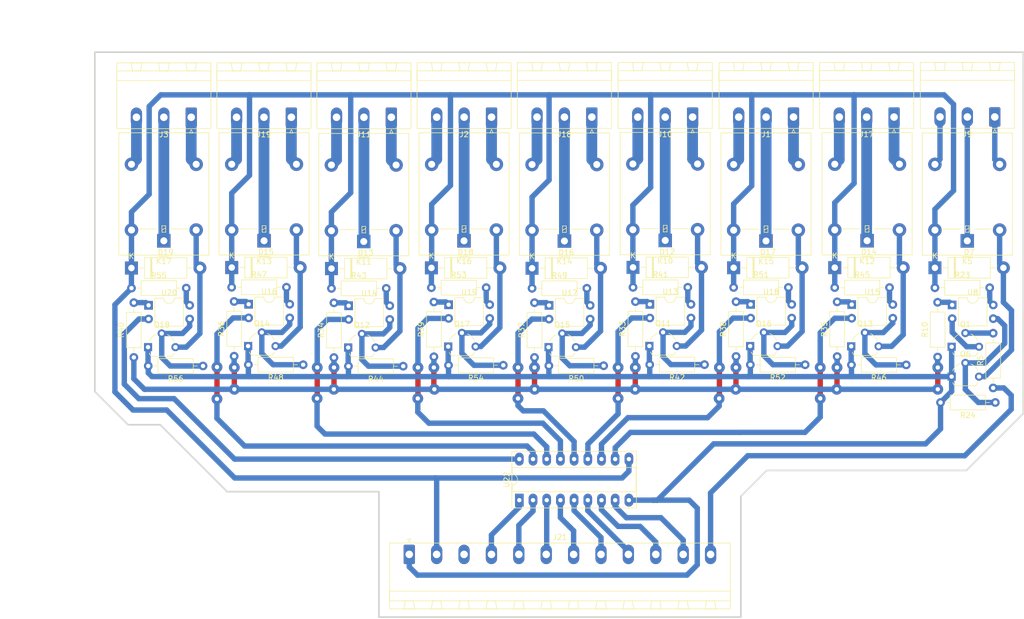
<source format=kicad_pcb>
(kicad_pcb (version 20171130) (host pcbnew "(5.1.6)-1")
  (layers (0 F.Cu signal) (31 B.Cu signal) (34 B.Paste user) (35 F.Paste user) (36 B.SilkS user) (37 F.SilkS user) (38 B.Mask user) (39 F.Mask user) (44 Edge.Cuts user))
  (net 0 "")
  (net 1 "Net-(D7-Pad2)")
  (net 2 /12V)
  (net 3 "Net-(D12-Pad2)")
  (net 4 "Net-(D13-Pad2)")
  (net 5 "Net-(D14-Pad2)")
  (net 6 "Net-(D15-Pad2)")
  (net 7 "Net-(D16-Pad2)")
  (net 8 "Net-(D17-Pad2)")
  (net 9 "Net-(D18-Pad2)")
  (net 10 "Net-(D19-Pad2)")
  (net 11 /NO19)
  (net 12 /COM19)
  (net 13 /NC19)
  (net 14 /NC22)
  (net 15 /COM22)
  (net 16 /NO22)
  (net 17 /NO25)
  (net 18 /COM25)
  (net 19 /NC25)
  (net 20 /NO17)
  (net 21 /COM17)
  (net 22 /NC17)
  (net 23 /NC20)
  (net 24 /COM20)
  (net 25 /NO20)
  (net 26 /NO23)
  (net 27 /COM23)
  (net 28 /NC23)
  (net 29 /NC18)
  (net 30 /COM18)
  (net 31 /NO18)
  (net 32 /NO21)
  (net 33 /COM21)
  (net 34 /NC21)
  (net 35 /NC24)
  (net 36 /COM24)
  (net 37 /NO24)
  (net 38 /GND)
  (net 39 "Net-(J21-Pad3)")
  (net 40 /REL_25)
  (net 41 /REL_24)
  (net 42 /REL_23)
  (net 43 /REL_22)
  (net 44 /REL_21)
  (net 45 /REL_20)
  (net 46 /REL_19)
  (net 47 /REL_18)
  (net 48 /REL_17)
  (net 49 "Net-(Q1-Pad2)")
  (net 50 "Net-(Q1-Pad3)")
  (net 51 "Net-(Q6-Pad2)")
  (net 52 "Net-(Q11-Pad2)")
  (net 53 "Net-(Q12-Pad2)")
  (net 54 "Net-(Q13-Pad2)")
  (net 55 "Net-(Q14-Pad2)")
  (net 56 "Net-(Q15-Pad2)")
  (net 57 "Net-(Q16-Pad2)")
  (net 58 "Net-(Q17-Pad2)")
  (net 59 "Net-(Q18-Pad2)")
  (net 60 /5V)
  (net 61 "Net-(R10-Pad2)")
  (net 62 "Net-(R23-Pad2)")
  (net 63 "Net-(R33-Pad2)")
  (net 64 "Net-(R34-Pad2)")
  (net 65 "Net-(R35-Pad2)")
  (net 66 "Net-(R36-Pad2)")
  (net 67 "Net-(R37-Pad2)")
  (net 68 "Net-(R38-Pad2)")
  (net 69 "Net-(R39-Pad2)")
  (net 70 "Net-(R40-Pad2)")
  (net 71 "Net-(R41-Pad2)")
  (net 72 "Net-(R43-Pad2)")
  (net 73 "Net-(R45-Pad2)")
  (net 74 "Net-(R47-Pad2)")
  (net 75 "Net-(R49-Pad2)")
  (net 76 "Net-(R51-Pad2)")
  (net 77 "Net-(R53-Pad2)")
  (net 78 "Net-(R55-Pad2)")
  (net 79 /REL_UL_20)
  (net 80 /REL_UL_23)
  (net 81 /REL_UL_18)
  (net 82 /REL_UL_24)
  (net 83 /REL_UL_21)
  (net 84 /REL_UL_19)
  (net 85 /REL_UL_22)
  (net 86 /REL_UL_25)
  (module Package_DIP:DIP-18_W7.62mm_Socket_LongPads (layer F.Cu) (at 138.89 132.91 90)
    (fp_text reference U22 (at 3.81 -2.33 90) (layer F.SilkS))
    (fp_text value ULN2803A)
    (pad 1 thru_hole rect (at 0 0 90) (size 2.4 1.6) (drill 0.8) (layers *.Cu *.Mask) (net 40 /REL_25))
    (pad 10 thru_hole oval (at 7.62 20.32 90) (size 2.4 1.6) (drill 0.8) (layers *.Cu *.Mask) (net 2 /12V))
    (pad 2 thru_hole oval (at 0 2.54 90) (size 2.4 1.6) (drill 0.8) (layers *.Cu *.Mask) (net 41 /REL_24))
    (pad 11 thru_hole oval (at 7.62 17.78 90) (size 2.4 1.6) (drill 0.8) (layers *.Cu *.Mask) (net 81 /REL_UL_18))
    (pad 3 thru_hole oval (at 0 5.08 90) (size 2.4 1.6) (drill 0.8) (layers *.Cu *.Mask) (net 42 /REL_23))
    (pad 12 thru_hole oval (at 7.62 15.24 90) (size 2.4 1.6) (drill 0.8) (layers *.Cu *.Mask) (net 84 /REL_UL_19))
    (pad 4 thru_hole oval (at 0 7.62 90) (size 2.4 1.6) (drill 0.8) (layers *.Cu *.Mask) (net 43 /REL_22))
    (pad 13 thru_hole oval (at 7.62 12.7 90) (size 2.4 1.6) (drill 0.8) (layers *.Cu *.Mask) (net 79 /REL_UL_20))
    (pad 5 thru_hole oval (at 0 10.16 90) (size 2.4 1.6) (drill 0.8) (layers *.Cu *.Mask) (net 44 /REL_21))
    (pad 14 thru_hole oval (at 7.62 10.16 90) (size 2.4 1.6) (drill 0.8) (layers *.Cu *.Mask) (net 83 /REL_UL_21))
    (pad 6 thru_hole oval (at 0 12.7 90) (size 2.4 1.6) (drill 0.8) (layers *.Cu *.Mask) (net 45 /REL_20))
    (pad 15 thru_hole oval (at 7.62 7.62 90) (size 2.4 1.6) (drill 0.8) (layers *.Cu *.Mask) (net 85 /REL_UL_22))
    (pad 7 thru_hole oval (at 0 15.24 90) (size 2.4 1.6) (drill 0.8) (layers *.Cu *.Mask) (net 46 /REL_19))
    (pad 16 thru_hole oval (at 7.62 5.08 90) (size 2.4 1.6) (drill 0.8) (layers *.Cu *.Mask) (net 80 /REL_UL_23))
    (pad 8 thru_hole oval (at 0 17.78 90) (size 2.4 1.6) (drill 0.8) (layers *.Cu *.Mask) (net 47 /REL_18))
    (pad 17 thru_hole oval (at 7.62 2.54 90) (size 2.4 1.6) (drill 0.8) (layers *.Cu *.Mask) (net 82 /REL_UL_24))
    (pad 9 thru_hole oval (at 0 20.32 90) (size 2.4 1.6) (drill 0.8) (layers *.Cu *.Mask) (net 38 /GND))
    (pad 18 thru_hole oval (at 7.62 0 90) (size 2.4 1.6) (drill 0.8) (layers *.Cu *.Mask) (net 86 /REL_UL_25))
  )
  (module Diode_THT:D_DO-15_P12.70mm_Horizontal (layer F.Cu) (at 215.97 89.78)
    (fp_text reference D7 (at 6.35 -2.92) (layer F.SilkS))
    (fp_text value 1N5407)
    (fp_text user K (at 0 -2.2) (layer F.SilkS))
    (pad 2 thru_hole oval (at 12.7 0) (size 2.4 2.4) (drill 1.2) (layers *.Cu *.Mask) (net 1 "Net-(D7-Pad2)"))
    (pad 1 thru_hole rect (at 0 0) (size 2.4 2.4) (drill 1.2) (layers *.Cu *.Mask) (net 2 /12V))
  )
  (module Diode_THT:D_DO-15_P12.70mm_Horizontal (layer F.Cu) (at 159.975 89.705)
    (fp_text reference D12 (at 6.35 -2.92) (layer F.SilkS))
    (fp_text value 1N5407)
    (fp_text user K (at 0 -2.2) (layer F.SilkS))
    (pad 1 thru_hole rect (at 0 0) (size 2.4 2.4) (drill 1.2) (layers *.Cu *.Mask) (net 2 /12V))
    (pad 2 thru_hole oval (at 12.7 0) (size 2.4 2.4) (drill 1.2) (layers *.Cu *.Mask) (net 3 "Net-(D12-Pad2)"))
  )
  (module Diode_THT:D_DO-15_P12.70mm_Horizontal (layer F.Cu) (at 104.05 89.92)
    (fp_text reference D13 (at 6.35 -2.92) (layer F.SilkS))
    (fp_text value 1N5407)
    (fp_text user K (at 0 -2.2) (layer F.SilkS))
    (pad 1 thru_hole rect (at 0 0) (size 2.4 2.4) (drill 1.2) (layers *.Cu *.Mask) (net 2 /12V))
    (pad 2 thru_hole oval (at 12.7 0) (size 2.4 2.4) (drill 1.2) (layers *.Cu *.Mask) (net 4 "Net-(D13-Pad2)"))
  )
  (module Diode_THT:D_DO-15_P12.70mm_Horizontal (layer F.Cu) (at 197.39 89.75)
    (fp_text reference D14 (at 6.35 -2.92) (layer F.SilkS))
    (fp_text value 1N5407)
    (fp_text user K (at 0 -2.2) (layer F.SilkS))
    (pad 2 thru_hole oval (at 12.7 0) (size 2.4 2.4) (drill 1.2) (layers *.Cu *.Mask) (net 5 "Net-(D14-Pad2)"))
    (pad 1 thru_hole rect (at 0 0) (size 2.4 2.4) (drill 1.2) (layers *.Cu *.Mask) (net 2 /12V))
  )
  (module Diode_THT:D_DO-15_P12.70mm_Horizontal (layer F.Cu) (at 85.55 89.73)
    (fp_text reference D15 (at 6.35 -2.92) (layer F.SilkS))
    (fp_text value 1N5407)
    (fp_text user K (at 0 -2.2) (layer F.SilkS))
    (pad 2 thru_hole oval (at 12.7 0) (size 2.4 2.4) (drill 1.2) (layers *.Cu *.Mask) (net 6 "Net-(D15-Pad2)"))
    (pad 1 thru_hole rect (at 0 0) (size 2.4 2.4) (drill 1.2) (layers *.Cu *.Mask) (net 2 /12V))
  )
  (module Diode_THT:D_DO-15_P12.70mm_Horizontal (layer F.Cu) (at 141.255 89.86)
    (fp_text reference D16 (at 6.35 -2.92) (layer F.SilkS))
    (fp_text value 1N5407)
    (fp_text user K (at 0 -2.2) (layer F.SilkS))
    (pad 1 thru_hole rect (at 0 0) (size 2.4 2.4) (drill 1.2) (layers *.Cu *.Mask) (net 2 /12V))
    (pad 2 thru_hole oval (at 12.7 0) (size 2.4 2.4) (drill 1.2) (layers *.Cu *.Mask) (net 7 "Net-(D16-Pad2)"))
  )
  (module Diode_THT:D_DO-15_P12.70mm_Horizontal (layer F.Cu) (at 178.64 89.775)
    (fp_text reference D17 (at 6.35 -2.92) (layer F.SilkS))
    (fp_text value 1N5407)
    (fp_text user K (at 0 -2.2) (layer F.SilkS))
    (pad 2 thru_hole oval (at 12.7 0) (size 2.4 2.4) (drill 1.2) (layers *.Cu *.Mask) (net 8 "Net-(D17-Pad2)"))
    (pad 1 thru_hole rect (at 0 0) (size 2.4 2.4) (drill 1.2) (layers *.Cu *.Mask) (net 2 /12V))
  )
  (module Diode_THT:D_DO-15_P12.70mm_Horizontal (layer F.Cu) (at 122.585 89.795)
    (fp_text reference D18 (at 6.35 -2.92) (layer F.SilkS))
    (fp_text value 1N5407)
    (fp_text user K (at 0 -2.2) (layer F.SilkS))
    (pad 1 thru_hole rect (at 0 0) (size 2.4 2.4) (drill 1.2) (layers *.Cu *.Mask) (net 2 /12V))
    (pad 2 thru_hole oval (at 12.7 0) (size 2.4 2.4) (drill 1.2) (layers *.Cu *.Mask) (net 9 "Net-(D18-Pad2)"))
  )
  (module Diode_THT:D_DO-15_P12.70mm_Horizontal (layer F.Cu) (at 66.95 89.82)
    (fp_text reference D19 (at 6.35 -2.92) (layer F.SilkS))
    (fp_text value 1N5407)
    (fp_text user K (at 0 -2.2) (layer F.SilkS))
    (pad 1 thru_hole rect (at 0 0) (size 2.4 2.4) (drill 1.2) (layers *.Cu *.Mask) (net 2 /12V))
    (pad 2 thru_hole oval (at 12.7 0) (size 2.4 2.4) (drill 1.2) (layers *.Cu *.Mask) (net 10 "Net-(D19-Pad2)"))
  )
  (module Connector_Phoenix_MSTB:PhoenixContact_MSTBA_2,5_3-G-5,08_1x03_P5.08mm_Horizontal (layer F.Cu) (at 189.74 61.8 180)
    (fp_text reference J1 (at 5.08 -3.2) (layer F.SilkS))
    (fp_text value 19)
    (pad 1 thru_hole roundrect (at 0 0 180) (size 2.08 3.6) (drill 1.4) (layers *.Cu *.Mask) (roundrect_rratio 0.120192) (net 11 /NO19))
    (pad 2 thru_hole oval (at 5.08 0 180) (size 2.08 3.6) (drill 1.4) (layers *.Cu *.Mask) (net 12 /COM19))
    (pad 3 thru_hole oval (at 10.16 0 180) (size 2.08 3.6) (drill 1.4) (layers *.Cu *.Mask) (net 13 /NC19))
  )
  (module Connector_Phoenix_MSTB:PhoenixContact_MSTBA_2,5_3-G-5,08_1x03_P5.08mm_Horizontal (layer F.Cu) (at 133.735 61.82 180)
    (fp_text reference J2 (at 5.08 -3.2) (layer F.SilkS))
    (fp_text value 22)
    (pad 3 thru_hole oval (at 10.16 0 180) (size 2.08 3.6) (drill 1.4) (layers *.Cu *.Mask) (net 14 /NC22))
    (pad 2 thru_hole oval (at 5.08 0 180) (size 2.08 3.6) (drill 1.4) (layers *.Cu *.Mask) (net 15 /COM22))
    (pad 1 thru_hole roundrect (at 0 0 180) (size 2.08 3.6) (drill 1.4) (layers *.Cu *.Mask) (roundrect_rratio 0.120192) (net 16 /NO22))
  )
  (module Connector_Phoenix_MSTB:PhoenixContact_MSTBA_2,5_3-G-5,08_1x03_P5.08mm_Horizontal (layer F.Cu) (at 78.04 61.84 180)
    (fp_text reference J3 (at 5.08 -3.2) (layer F.SilkS))
    (fp_text value 25)
    (pad 1 thru_hole roundrect (at 0 0 180) (size 2.08 3.6) (drill 1.4) (layers *.Cu *.Mask) (roundrect_rratio 0.120192) (net 17 /NO25))
    (pad 2 thru_hole oval (at 5.08 0 180) (size 2.08 3.6) (drill 1.4) (layers *.Cu *.Mask) (net 18 /COM25))
    (pad 3 thru_hole oval (at 10.16 0 180) (size 2.08 3.6) (drill 1.4) (layers *.Cu *.Mask) (net 19 /NC25))
  )
  (module Connector_Phoenix_MSTB:PhoenixContact_MSTBA_2,5_3-G-5,08_1x03_P5.08mm_Horizontal (layer F.Cu) (at 227.07 61.78 180)
    (fp_text reference J9 (at 5.08 -3.2) (layer F.SilkS))
    (fp_text value 17)
    (pad 1 thru_hole roundrect (at 0 0 180) (size 2.08 3.6) (drill 1.4) (layers *.Cu *.Mask) (roundrect_rratio 0.120192) (net 20 /NO17))
    (pad 2 thru_hole oval (at 5.08 0 180) (size 2.08 3.6) (drill 1.4) (layers *.Cu *.Mask) (net 21 /COM17))
    (pad 3 thru_hole oval (at 10.16 0 180) (size 2.08 3.6) (drill 1.4) (layers *.Cu *.Mask) (net 22 /NC17))
  )
  (module Connector_Phoenix_MSTB:PhoenixContact_MSTBA_2,5_3-G-5,08_1x03_P5.08mm_Horizontal (layer F.Cu) (at 171.025 61.805 180)
    (fp_text reference J10 (at 5.08 -3.2) (layer F.SilkS))
    (fp_text value 20)
    (pad 3 thru_hole oval (at 10.16 0 180) (size 2.08 3.6) (drill 1.4) (layers *.Cu *.Mask) (net 23 /NC20))
    (pad 2 thru_hole oval (at 5.08 0 180) (size 2.08 3.6) (drill 1.4) (layers *.Cu *.Mask) (net 24 /COM20))
    (pad 1 thru_hole roundrect (at 0 0 180) (size 2.08 3.6) (drill 1.4) (layers *.Cu *.Mask) (roundrect_rratio 0.120192) (net 25 /NO20))
  )
  (module Connector_Phoenix_MSTB:PhoenixContact_MSTBA_2,5_3-G-5,08_1x03_P5.08mm_Horizontal (layer F.Cu) (at 115.15 61.84 180)
    (fp_text reference J11 (at 5.08 -3.2) (layer F.SilkS))
    (fp_text value 23)
    (pad 1 thru_hole roundrect (at 0 0 180) (size 2.08 3.6) (drill 1.4) (layers *.Cu *.Mask) (roundrect_rratio 0.120192) (net 26 /NO23))
    (pad 2 thru_hole oval (at 5.08 0 180) (size 2.08 3.6) (drill 1.4) (layers *.Cu *.Mask) (net 27 /COM23))
    (pad 3 thru_hole oval (at 10.16 0 180) (size 2.08 3.6) (drill 1.4) (layers *.Cu *.Mask) (net 28 /NC23))
  )
  (module Connector_Phoenix_MSTB:PhoenixContact_MSTBA_2,5_3-G-5,08_1x03_P5.08mm_Horizontal (layer F.Cu) (at 208.39 61.8 180)
    (fp_text reference J17 (at 5.08 -3.2) (layer F.SilkS))
    (fp_text value 18)
    (pad 3 thru_hole oval (at 10.16 0 180) (size 2.08 3.6) (drill 1.4) (layers *.Cu *.Mask) (net 29 /NC18))
    (pad 2 thru_hole oval (at 5.08 0 180) (size 2.08 3.6) (drill 1.4) (layers *.Cu *.Mask) (net 30 /COM18))
    (pad 1 thru_hole roundrect (at 0 0 180) (size 2.08 3.6) (drill 1.4) (layers *.Cu *.Mask) (roundrect_rratio 0.120192) (net 31 /NO18))
  )
  (module Connector_Phoenix_MSTB:PhoenixContact_MSTBA_2,5_3-G-5,08_1x03_P5.08mm_Horizontal (layer F.Cu) (at 152.335 61.81 180)
    (fp_text reference J18 (at 5.08 -3.2) (layer F.SilkS))
    (fp_text value 21)
    (pad 1 thru_hole roundrect (at 0 0 180) (size 2.08 3.6) (drill 1.4) (layers *.Cu *.Mask) (roundrect_rratio 0.120192) (net 32 /NO21))
    (pad 2 thru_hole oval (at 5.08 0 180) (size 2.08 3.6) (drill 1.4) (layers *.Cu *.Mask) (net 33 /COM21))
    (pad 3 thru_hole oval (at 10.16 0 180) (size 2.08 3.6) (drill 1.4) (layers *.Cu *.Mask) (net 34 /NC21))
  )
  (module Connector_Phoenix_MSTB:PhoenixContact_MSTBA_2,5_3-G-5,08_1x03_P5.08mm_Horizontal (layer F.Cu) (at 96.61 61.84 180)
    (fp_text reference J19 (at 5.08 -3.2) (layer F.SilkS))
    (fp_text value 24)
    (pad 3 thru_hole oval (at 10.16 0 180) (size 2.08 3.6) (drill 1.4) (layers *.Cu *.Mask) (net 35 /NC24))
    (pad 2 thru_hole oval (at 5.08 0 180) (size 2.08 3.6) (drill 1.4) (layers *.Cu *.Mask) (net 36 /COM24))
    (pad 1 thru_hole roundrect (at 0 0 180) (size 2.08 3.6) (drill 1.4) (layers *.Cu *.Mask) (roundrect_rratio 0.120192) (net 37 /NO24))
  )
  (module Connector_Phoenix_MSTB:PhoenixContact_MSTBA_2,5_12-G-5,08_1x12_P5.08mm_Horizontal (layer F.Cu) (at 118.48 142.98)
    (fp_text reference J21 (at 27.94 -3.2) (layer F.SilkS))
    (fp_text value "INTERFACE for PCB4")
    (pad 1 thru_hole roundrect (at 0 0) (size 2.08 3.6) (drill 1.4) (layers *.Cu *.Mask) (roundrect_rratio 0.120192) (net 38 /GND))
    (pad 2 thru_hole oval (at 5.08 0) (size 2.08 3.6) (drill 1.4) (layers *.Cu *.Mask) (net 2 /12V))
    (pad 3 thru_hole oval (at 10.16 0) (size 2.08 3.6) (drill 1.4) (layers *.Cu *.Mask) (net 39 "Net-(J21-Pad3)"))
    (pad 4 thru_hole oval (at 15.24 0) (size 2.08 3.6) (drill 1.4) (layers *.Cu *.Mask) (net 40 /REL_25))
    (pad 5 thru_hole oval (at 20.32 0) (size 2.08 3.6) (drill 1.4) (layers *.Cu *.Mask) (net 41 /REL_24))
    (pad 6 thru_hole oval (at 25.4 0) (size 2.08 3.6) (drill 1.4) (layers *.Cu *.Mask) (net 42 /REL_23))
    (pad 7 thru_hole oval (at 30.48 0) (size 2.08 3.6) (drill 1.4) (layers *.Cu *.Mask) (net 43 /REL_22))
    (pad 8 thru_hole oval (at 35.56 0) (size 2.08 3.6) (drill 1.4) (layers *.Cu *.Mask) (net 44 /REL_21))
    (pad 9 thru_hole oval (at 40.64 0) (size 2.08 3.6) (drill 1.4) (layers *.Cu *.Mask) (net 45 /REL_20))
    (pad 10 thru_hole oval (at 45.72 0) (size 2.08 3.6) (drill 1.4) (layers *.Cu *.Mask) (net 46 /REL_19))
    (pad 11 thru_hole oval (at 50.8 0) (size 2.08 3.6) (drill 1.4) (layers *.Cu *.Mask) (net 47 /REL_18))
    (pad 12 thru_hole oval (at 55.88 0) (size 2.08 3.6) (drill 1.4) (layers *.Cu *.Mask) (net 48 /REL_17))
  )
  (module Relay_THT:Relay_SPDT_Omron-G5LE-1 (layer F.Cu) (at 221.97 84.78 180)
    (fp_text reference K5 (at 0 -3.8) (layer F.SilkS))
    (fp_text value G5LE-1)
    (pad 1 thru_hole rect (at 0 0 180) (size 2.5 2.5) (drill 1.3) (layers *.Cu *.Mask) (net 21 /COM17))
    (pad 2 thru_hole oval (at -6 2 180) (size 2.5 2.5) (drill 1.3) (layers *.Cu *.Mask) (net 1 "Net-(D7-Pad2)"))
    (pad 3 thru_hole oval (at -6 14.2 180) (size 2.5 2.5) (drill 1.3) (layers *.Cu *.Mask) (net 20 /NO17))
    (pad 4 thru_hole oval (at 6 14.2 180) (size 2.5 2.5) (drill 1.3) (layers *.Cu *.Mask) (net 22 /NC17))
    (pad 5 thru_hole oval (at 6 2 180) (size 2.5 2.5) (drill 1.3) (layers *.Cu *.Mask) (net 2 /12V))
  )
  (module Relay_THT:Relay_SPDT_Omron-G5LE-1 (layer F.Cu) (at 165.95 84.705 180)
    (fp_text reference K10 (at 0 -3.8) (layer F.SilkS))
    (fp_text value G5LE-1)
    (pad 1 thru_hole rect (at 0 0 180) (size 2.5 2.5) (drill 1.3) (layers *.Cu *.Mask) (net 24 /COM20))
    (pad 2 thru_hole oval (at -6 2 180) (size 2.5 2.5) (drill 1.3) (layers *.Cu *.Mask) (net 3 "Net-(D12-Pad2)"))
    (pad 3 thru_hole oval (at -6 14.2 180) (size 2.5 2.5) (drill 1.3) (layers *.Cu *.Mask) (net 25 /NO20))
    (pad 4 thru_hole oval (at 6 14.2 180) (size 2.5 2.5) (drill 1.3) (layers *.Cu *.Mask) (net 23 /NC20))
    (pad 5 thru_hole oval (at 6 2 180) (size 2.5 2.5) (drill 1.3) (layers *.Cu *.Mask) (net 2 /12V))
  )
  (module Relay_THT:Relay_SPDT_Omron-G5LE-1 (layer F.Cu) (at 110.04 84.9 180)
    (fp_text reference K11 (at 0 -3.8) (layer F.SilkS))
    (fp_text value G5LE-1)
    (pad 5 thru_hole oval (at 6 2 180) (size 2.5 2.5) (drill 1.3) (layers *.Cu *.Mask) (net 2 /12V))
    (pad 4 thru_hole oval (at 6 14.2 180) (size 2.5 2.5) (drill 1.3) (layers *.Cu *.Mask) (net 28 /NC23))
    (pad 3 thru_hole oval (at -6 14.2 180) (size 2.5 2.5) (drill 1.3) (layers *.Cu *.Mask) (net 26 /NO23))
    (pad 2 thru_hole oval (at -6 2 180) (size 2.5 2.5) (drill 1.3) (layers *.Cu *.Mask) (net 4 "Net-(D13-Pad2)"))
    (pad 1 thru_hole rect (at 0 0 180) (size 2.5 2.5) (drill 1.3) (layers *.Cu *.Mask) (net 27 /COM23))
  )
  (module Relay_THT:Relay_SPDT_Omron-G5LE-1 (layer F.Cu) (at 203.39 84.75 180)
    (fp_text reference K12 (at 0 -3.8) (layer F.SilkS))
    (fp_text value G5LE-1)
    (pad 5 thru_hole oval (at 6 2 180) (size 2.5 2.5) (drill 1.3) (layers *.Cu *.Mask) (net 2 /12V))
    (pad 4 thru_hole oval (at 6 14.2 180) (size 2.5 2.5) (drill 1.3) (layers *.Cu *.Mask) (net 29 /NC18))
    (pad 3 thru_hole oval (at -6 14.2 180) (size 2.5 2.5) (drill 1.3) (layers *.Cu *.Mask) (net 31 /NO18))
    (pad 2 thru_hole oval (at -6 2 180) (size 2.5 2.5) (drill 1.3) (layers *.Cu *.Mask) (net 5 "Net-(D14-Pad2)"))
    (pad 1 thru_hole rect (at 0 0 180) (size 2.5 2.5) (drill 1.3) (layers *.Cu *.Mask) (net 30 /COM18))
  )
  (module Relay_THT:Relay_SPDT_Omron-G5LE-1 (layer F.Cu) (at 91.55 84.76 180)
    (fp_text reference K13 (at 0 -3.8) (layer F.SilkS))
    (fp_text value G5LE-1)
    (pad 5 thru_hole oval (at 6 2 180) (size 2.5 2.5) (drill 1.3) (layers *.Cu *.Mask) (net 2 /12V))
    (pad 4 thru_hole oval (at 6 14.2 180) (size 2.5 2.5) (drill 1.3) (layers *.Cu *.Mask) (net 35 /NC24))
    (pad 3 thru_hole oval (at -6 14.2 180) (size 2.5 2.5) (drill 1.3) (layers *.Cu *.Mask) (net 37 /NO24))
    (pad 2 thru_hole oval (at -6 2 180) (size 2.5 2.5) (drill 1.3) (layers *.Cu *.Mask) (net 6 "Net-(D15-Pad2)"))
    (pad 1 thru_hole rect (at 0 0 180) (size 2.5 2.5) (drill 1.3) (layers *.Cu *.Mask) (net 36 /COM24))
  )
  (module Relay_THT:Relay_SPDT_Omron-G5LE-1 (layer F.Cu) (at 147.255 84.81 180)
    (fp_text reference K14 (at 0 -3.8) (layer F.SilkS))
    (fp_text value G5LE-1)
    (pad 5 thru_hole oval (at 6 2 180) (size 2.5 2.5) (drill 1.3) (layers *.Cu *.Mask) (net 2 /12V))
    (pad 4 thru_hole oval (at 6 14.2 180) (size 2.5 2.5) (drill 1.3) (layers *.Cu *.Mask) (net 34 /NC21))
    (pad 3 thru_hole oval (at -6 14.2 180) (size 2.5 2.5) (drill 1.3) (layers *.Cu *.Mask) (net 32 /NO21))
    (pad 2 thru_hole oval (at -6 2 180) (size 2.5 2.5) (drill 1.3) (layers *.Cu *.Mask) (net 7 "Net-(D16-Pad2)"))
    (pad 1 thru_hole rect (at 0 0 180) (size 2.5 2.5) (drill 1.3) (layers *.Cu *.Mask) (net 33 /COM21))
  )
  (module Relay_THT:Relay_SPDT_Omron-G5LE-1 (layer F.Cu) (at 184.64 84.8 180)
    (fp_text reference K15 (at 0 -3.8) (layer F.SilkS))
    (fp_text value G5LE-1)
    (pad 1 thru_hole rect (at 0 0 180) (size 2.5 2.5) (drill 1.3) (layers *.Cu *.Mask) (net 12 /COM19))
    (pad 2 thru_hole oval (at -6 2 180) (size 2.5 2.5) (drill 1.3) (layers *.Cu *.Mask) (net 8 "Net-(D17-Pad2)"))
    (pad 3 thru_hole oval (at -6 14.2 180) (size 2.5 2.5) (drill 1.3) (layers *.Cu *.Mask) (net 11 /NO19))
    (pad 4 thru_hole oval (at 6 14.2 180) (size 2.5 2.5) (drill 1.3) (layers *.Cu *.Mask) (net 13 /NC19))
    (pad 5 thru_hole oval (at 6 2 180) (size 2.5 2.5) (drill 1.3) (layers *.Cu *.Mask) (net 2 /12V))
  )
  (module Relay_THT:Relay_SPDT_Omron-G5LE-1 (layer F.Cu) (at 128.635 84.77 180)
    (fp_text reference K16 (at 0 -3.8) (layer F.SilkS))
    (fp_text value G5LE-1)
    (pad 1 thru_hole rect (at 0 0 180) (size 2.5 2.5) (drill 1.3) (layers *.Cu *.Mask) (net 15 /COM22))
    (pad 2 thru_hole oval (at -6 2 180) (size 2.5 2.5) (drill 1.3) (layers *.Cu *.Mask) (net 9 "Net-(D18-Pad2)"))
    (pad 3 thru_hole oval (at -6 14.2 180) (size 2.5 2.5) (drill 1.3) (layers *.Cu *.Mask) (net 16 /NO22))
    (pad 4 thru_hole oval (at 6 14.2 180) (size 2.5 2.5) (drill 1.3) (layers *.Cu *.Mask) (net 14 /NC22))
    (pad 5 thru_hole oval (at 6 2 180) (size 2.5 2.5) (drill 1.3) (layers *.Cu *.Mask) (net 2 /12V))
  )
  (module Relay_THT:Relay_SPDT_Omron-G5LE-1 (layer F.Cu) (at 72.96 84.77 180)
    (fp_text reference K17 (at 0 -3.8) (layer F.SilkS))
    (fp_text value G5LE-1)
    (pad 1 thru_hole rect (at 0 0 180) (size 2.5 2.5) (drill 1.3) (layers *.Cu *.Mask) (net 18 /COM25))
    (pad 2 thru_hole oval (at -6 2 180) (size 2.5 2.5) (drill 1.3) (layers *.Cu *.Mask) (net 10 "Net-(D19-Pad2)"))
    (pad 3 thru_hole oval (at -6 14.2 180) (size 2.5 2.5) (drill 1.3) (layers *.Cu *.Mask) (net 17 /NO25))
    (pad 4 thru_hole oval (at 6 14.2 180) (size 2.5 2.5) (drill 1.3) (layers *.Cu *.Mask) (net 19 /NC25))
    (pad 5 thru_hole oval (at 6 2 180) (size 2.5 2.5) (drill 1.3) (layers *.Cu *.Mask) (net 2 /12V))
  )
  (module Package_TO_SOT_THT:TO-92L_Wide (layer F.Cu) (at 219.07 104.43)
    (fp_text reference Q1 (at 2.55 -4.15) (layer F.SilkS))
    (fp_text value 2N2219)
    (pad 2 thru_hole circle (at 2.54 -2.54 90) (size 1.5 1.5) (drill 0.8) (layers *.Cu *.Mask) (net 49 "Net-(Q1-Pad2)"))
    (pad 3 thru_hole circle (at 5.08 0 90) (size 1.5 1.5) (drill 0.8) (layers *.Cu *.Mask) (net 50 "Net-(Q1-Pad3)"))
    (pad 1 thru_hole rect (at 0 0 90) (size 1.5 1.5) (drill 0.8) (layers *.Cu *.Mask) (net 38 /GND))
  )
  (module Package_TO_SOT_THT:TO-92L_Wide (layer F.Cu) (at 219.07 109.98)
    (fp_text reference Q6 (at 2.55 -4.15) (layer F.SilkS))
    (fp_text value 2N2219)
    (pad 2 thru_hole circle (at 2.54 -2.54 90) (size 1.5 1.5) (drill 0.8) (layers *.Cu *.Mask) (net 51 "Net-(Q6-Pad2)"))
    (pad 3 thru_hole circle (at 5.08 0 90) (size 1.5 1.5) (drill 0.8) (layers *.Cu *.Mask) (net 1 "Net-(D7-Pad2)"))
    (pad 1 thru_hole rect (at 0 0 90) (size 1.5 1.5) (drill 0.8) (layers *.Cu *.Mask) (net 38 /GND))
  )
  (module Package_TO_SOT_THT:TO-92L_Wide (layer F.Cu) (at 163.01 104.295)
    (fp_text reference Q11 (at 2.55 -4.15) (layer F.SilkS))
    (fp_text value 2N2219)
    (pad 1 thru_hole rect (at 0 0 90) (size 1.5 1.5) (drill 0.8) (layers *.Cu *.Mask) (net 38 /GND))
    (pad 3 thru_hole circle (at 5.08 0 90) (size 1.5 1.5) (drill 0.8) (layers *.Cu *.Mask) (net 3 "Net-(D12-Pad2)"))
    (pad 2 thru_hole circle (at 2.54 -2.54 90) (size 1.5 1.5) (drill 0.8) (layers *.Cu *.Mask) (net 52 "Net-(Q11-Pad2)"))
  )
  (module Package_TO_SOT_THT:TO-92L_Wide (layer F.Cu) (at 107.15 104.58)
    (fp_text reference Q12 (at 2.55 -4.15) (layer F.SilkS))
    (fp_text value 2N2219)
    (pad 1 thru_hole rect (at 0 0 90) (size 1.5 1.5) (drill 0.8) (layers *.Cu *.Mask) (net 38 /GND))
    (pad 3 thru_hole circle (at 5.08 0 90) (size 1.5 1.5) (drill 0.8) (layers *.Cu *.Mask) (net 4 "Net-(D13-Pad2)"))
    (pad 2 thru_hole circle (at 2.54 -2.54 90) (size 1.5 1.5) (drill 0.8) (layers *.Cu *.Mask) (net 53 "Net-(Q12-Pad2)"))
  )
  (module Package_TO_SOT_THT:TO-92L_Wide (layer F.Cu) (at 200.44 104.35)
    (fp_text reference Q13 (at 2.55 -4.15) (layer F.SilkS))
    (fp_text value 2N2219)
    (pad 1 thru_hole rect (at 0 0 90) (size 1.5 1.5) (drill 0.8) (layers *.Cu *.Mask) (net 38 /GND))
    (pad 3 thru_hole circle (at 5.08 0 90) (size 1.5 1.5) (drill 0.8) (layers *.Cu *.Mask) (net 5 "Net-(D14-Pad2)"))
    (pad 2 thru_hole circle (at 2.54 -2.54 90) (size 1.5 1.5) (drill 0.8) (layers *.Cu *.Mask) (net 54 "Net-(Q13-Pad2)"))
  )
  (module Package_TO_SOT_THT:TO-92L_Wide (layer F.Cu) (at 88.59 104.31)
    (fp_text reference Q14 (at 2.55 -4.15) (layer F.SilkS))
    (fp_text value 2N2219)
    (pad 1 thru_hole rect (at 0 0 90) (size 1.5 1.5) (drill 0.8) (layers *.Cu *.Mask) (net 38 /GND))
    (pad 3 thru_hole circle (at 5.08 0 90) (size 1.5 1.5) (drill 0.8) (layers *.Cu *.Mask) (net 6 "Net-(D15-Pad2)"))
    (pad 2 thru_hole circle (at 2.54 -2.54 90) (size 1.5 1.5) (drill 0.8) (layers *.Cu *.Mask) (net 55 "Net-(Q14-Pad2)"))
  )
  (module Package_TO_SOT_THT:TO-92L_Wide (layer F.Cu) (at 144.305 104.51)
    (fp_text reference Q15 (at 2.55 -4.15) (layer F.SilkS))
    (fp_text value 2N2219)
    (pad 2 thru_hole circle (at 2.54 -2.54 90) (size 1.5 1.5) (drill 0.8) (layers *.Cu *.Mask) (net 56 "Net-(Q15-Pad2)"))
    (pad 3 thru_hole circle (at 5.08 0 90) (size 1.5 1.5) (drill 0.8) (layers *.Cu *.Mask) (net 7 "Net-(D16-Pad2)"))
    (pad 1 thru_hole rect (at 0 0 90) (size 1.5 1.5) (drill 0.8) (layers *.Cu *.Mask) (net 38 /GND))
  )
  (module Package_TO_SOT_THT:TO-92L_Wide (layer F.Cu) (at 181.7 104.315)
    (fp_text reference Q16 (at 2.55 -4.15) (layer F.SilkS))
    (fp_text value 2N2219)
    (pad 2 thru_hole circle (at 2.54 -2.54 90) (size 1.5 1.5) (drill 0.8) (layers *.Cu *.Mask) (net 57 "Net-(Q16-Pad2)"))
    (pad 3 thru_hole circle (at 5.08 0 90) (size 1.5 1.5) (drill 0.8) (layers *.Cu *.Mask) (net 8 "Net-(D17-Pad2)"))
    (pad 1 thru_hole rect (at 0 0 90) (size 1.5 1.5) (drill 0.8) (layers *.Cu *.Mask) (net 38 /GND))
  )
  (module Package_TO_SOT_THT:TO-92L_Wide (layer F.Cu) (at 125.7 104.4)
    (fp_text reference Q17 (at 2.55 -4.15) (layer F.SilkS))
    (fp_text value 2N2219)
    (pad 1 thru_hole rect (at 0 0 90) (size 1.5 1.5) (drill 0.8) (layers *.Cu *.Mask) (net 38 /GND))
    (pad 3 thru_hole circle (at 5.08 0 90) (size 1.5 1.5) (drill 0.8) (layers *.Cu *.Mask) (net 9 "Net-(D18-Pad2)"))
    (pad 2 thru_hole circle (at 2.54 -2.54 90) (size 1.5 1.5) (drill 0.8) (layers *.Cu *.Mask) (net 58 "Net-(Q17-Pad2)"))
  )
  (module Package_TO_SOT_THT:TO-92L_Wide (layer F.Cu) (at 70.03 104.51)
    (fp_text reference Q18 (at 2.55 -4.15) (layer F.SilkS))
    (fp_text value 2N2219)
    (pad 2 thru_hole circle (at 2.54 -2.54 90) (size 1.5 1.5) (drill 0.8) (layers *.Cu *.Mask) (net 59 "Net-(Q18-Pad2)"))
    (pad 3 thru_hole circle (at 5.08 0 90) (size 1.5 1.5) (drill 0.8) (layers *.Cu *.Mask) (net 10 "Net-(D19-Pad2)"))
    (pad 1 thru_hole rect (at 0 0 90) (size 1.5 1.5) (drill 0.8) (layers *.Cu *.Mask) (net 38 /GND))
  )
  (module Resistor_THT:R_Axial_DIN0207_L6.3mm_D2.5mm_P10.16mm_Horizontal (layer F.Cu) (at 226.77 112.08 90)
    (fp_text reference R5 (at 5.08 -2.37 90) (layer F.SilkS))
    (fp_text value 1K)
    (pad 1 thru_hole circle (at 0 0 90) (size 1.6 1.6) (drill 0.8) (layers *.Cu *.Mask) (net 48 /REL_17))
    (pad 2 thru_hole oval (at 10.16 0 90) (size 1.6 1.6) (drill 0.8) (layers *.Cu *.Mask) (net 49 "Net-(Q1-Pad2)"))
  )
  (module Resistor_THT:R_Axial_DIN0207_L6.3mm_D2.5mm_P10.16mm_Horizontal (layer F.Cu) (at 216.47 106.34 90)
    (fp_text reference R10 (at 5.08 -2.37 90) (layer F.SilkS))
    (fp_text value 150)
    (pad 1 thru_hole circle (at 0 0 90) (size 1.6 1.6) (drill 0.8) (layers *.Cu *.Mask) (net 60 /5V))
    (pad 2 thru_hole oval (at 10.16 0 90) (size 1.6 1.6) (drill 0.8) (layers *.Cu *.Mask) (net 61 "Net-(R10-Pad2)"))
  )
  (module Resistor_THT:R_Axial_DIN0207_L6.3mm_D2.5mm_P10.16mm_Horizontal (layer F.Cu) (at 215.97 93.48)
    (fp_text reference R23 (at 5.08 -2.37) (layer F.SilkS))
    (fp_text value 1900)
    (pad 1 thru_hole circle (at 0 0) (size 1.6 1.6) (drill 0.8) (layers *.Cu *.Mask) (net 2 /12V))
    (pad 2 thru_hole oval (at 10.16 0) (size 1.6 1.6) (drill 0.8) (layers *.Cu *.Mask) (net 62 "Net-(R23-Pad2)"))
  )
  (module Resistor_THT:R_Axial_DIN0207_L6.3mm_D2.5mm_P10.16mm_Horizontal (layer F.Cu) (at 227.17 114.78 180)
    (fp_text reference R24 (at 5.08 -2.37) (layer F.SilkS))
    (fp_text value 1K)
    (pad 2 thru_hole oval (at 10.16 0 180) (size 1.6 1.6) (drill 0.8) (layers *.Cu *.Mask) (net 38 /GND))
    (pad 1 thru_hole circle (at 0 0 180) (size 1.6 1.6) (drill 0.8) (layers *.Cu *.Mask) (net 51 "Net-(Q6-Pad2)"))
  )
  (module Resistor_THT:R_Axial_DIN0207_L6.3mm_D2.5mm_P10.16mm_Horizontal (layer F.Cu) (at 160.425 106.215 90)
    (fp_text reference R33 (at 5.08 -2.37 90) (layer F.SilkS))
    (fp_text value 150)
    (pad 1 thru_hole circle (at 0 0 90) (size 1.6 1.6) (drill 0.8) (layers *.Cu *.Mask) (net 60 /5V))
    (pad 2 thru_hole oval (at 10.16 0 90) (size 1.6 1.6) (drill 0.8) (layers *.Cu *.Mask) (net 63 "Net-(R33-Pad2)"))
  )
  (module Resistor_THT:R_Axial_DIN0207_L6.3mm_D2.5mm_P10.16mm_Horizontal (layer F.Cu) (at 104.51 106.44 90)
    (fp_text reference R34 (at 5.08 -2.37 90) (layer F.SilkS))
    (fp_text value 150)
    (pad 2 thru_hole oval (at 10.16 0 90) (size 1.6 1.6) (drill 0.8) (layers *.Cu *.Mask) (net 64 "Net-(R34-Pad2)"))
    (pad 1 thru_hole circle (at 0 0 90) (size 1.6 1.6) (drill 0.8) (layers *.Cu *.Mask) (net 60 /5V))
  )
  (module Resistor_THT:R_Axial_DIN0207_L6.3mm_D2.5mm_P10.16mm_Horizontal (layer F.Cu) (at 197.84 106.26 90)
    (fp_text reference R35 (at 5.08 -2.37 90) (layer F.SilkS))
    (fp_text value 150)
    (pad 2 thru_hole oval (at 10.16 0 90) (size 1.6 1.6) (drill 0.8) (layers *.Cu *.Mask) (net 65 "Net-(R35-Pad2)"))
    (pad 1 thru_hole circle (at 0 0 90) (size 1.6 1.6) (drill 0.8) (layers *.Cu *.Mask) (net 60 /5V))
  )
  (module Resistor_THT:R_Axial_DIN0207_L6.3mm_D2.5mm_P10.16mm_Horizontal (layer F.Cu) (at 86 106.19 90)
    (fp_text reference R36 (at 5.08 -2.37 90) (layer F.SilkS))
    (fp_text value 150)
    (pad 2 thru_hole oval (at 10.16 0 90) (size 1.6 1.6) (drill 0.8) (layers *.Cu *.Mask) (net 66 "Net-(R36-Pad2)"))
    (pad 1 thru_hole circle (at 0 0 90) (size 1.6 1.6) (drill 0.8) (layers *.Cu *.Mask) (net 60 /5V))
  )
  (module Resistor_THT:R_Axial_DIN0207_L6.3mm_D2.5mm_P10.16mm_Horizontal (layer F.Cu) (at 141.705 106.42 90)
    (fp_text reference R37 (at 5.08 -2.37 90) (layer F.SilkS))
    (fp_text value 150)
    (pad 2 thru_hole oval (at 10.16 0 90) (size 1.6 1.6) (drill 0.8) (layers *.Cu *.Mask) (net 67 "Net-(R37-Pad2)"))
    (pad 1 thru_hole circle (at 0 0 90) (size 1.6 1.6) (drill 0.8) (layers *.Cu *.Mask) (net 60 /5V))
  )
  (module Resistor_THT:R_Axial_DIN0207_L6.3mm_D2.5mm_P10.16mm_Horizontal (layer F.Cu) (at 179.09 106.235 90)
    (fp_text reference R38 (at 5.08 -2.37 90) (layer F.SilkS))
    (fp_text value 150)
    (pad 2 thru_hole oval (at 10.16 0 90) (size 1.6 1.6) (drill 0.8) (layers *.Cu *.Mask) (net 68 "Net-(R38-Pad2)"))
    (pad 1 thru_hole circle (at 0 0 90) (size 1.6 1.6) (drill 0.8) (layers *.Cu *.Mask) (net 60 /5V))
  )
  (module Resistor_THT:R_Axial_DIN0207_L6.3mm_D2.5mm_P10.16mm_Horizontal (layer F.Cu) (at 123.05 106.29 90)
    (fp_text reference R39 (at 5.08 -2.37 90) (layer F.SilkS))
    (fp_text value 150)
    (pad 2 thru_hole oval (at 10.16 0 90) (size 1.6 1.6) (drill 0.8) (layers *.Cu *.Mask) (net 69 "Net-(R39-Pad2)"))
    (pad 1 thru_hole circle (at 0 0 90) (size 1.6 1.6) (drill 0.8) (layers *.Cu *.Mask) (net 60 /5V))
  )
  (module Resistor_THT:R_Axial_DIN0207_L6.3mm_D2.5mm_P10.16mm_Horizontal (layer F.Cu) (at 67.4 106.41 90)
    (fp_text reference R40 (at 5.08 -2.37 90) (layer F.SilkS))
    (fp_text value 150)
    (pad 2 thru_hole oval (at 10.16 0 90) (size 1.6 1.6) (drill 0.8) (layers *.Cu *.Mask) (net 70 "Net-(R40-Pad2)"))
    (pad 1 thru_hole circle (at 0 0 90) (size 1.6 1.6) (drill 0.8) (layers *.Cu *.Mask) (net 60 /5V))
  )
  (module Resistor_THT:R_Axial_DIN0207_L6.3mm_D2.5mm_P10.16mm_Horizontal (layer F.Cu) (at 159.975 93.405)
    (fp_text reference R41 (at 5.08 -2.37) (layer F.SilkS))
    (fp_text value 1900)
    (pad 1 thru_hole circle (at 0 0) (size 1.6 1.6) (drill 0.8) (layers *.Cu *.Mask) (net 2 /12V))
    (pad 2 thru_hole oval (at 10.16 0) (size 1.6 1.6) (drill 0.8) (layers *.Cu *.Mask) (net 71 "Net-(R41-Pad2)"))
  )
  (module Resistor_THT:R_Axial_DIN0207_L6.3mm_D2.5mm_P10.16mm_Horizontal (layer F.Cu) (at 173.235 107.755 180)
    (fp_text reference R42 (at 5.08 -2.37) (layer F.SilkS))
    (fp_text value 1K)
    (pad 1 thru_hole circle (at 0 0 180) (size 1.6 1.6) (drill 0.8) (layers *.Cu *.Mask) (net 52 "Net-(Q11-Pad2)"))
    (pad 2 thru_hole oval (at 10.16 0 180) (size 1.6 1.6) (drill 0.8) (layers *.Cu *.Mask) (net 38 /GND))
  )
  (module Resistor_THT:R_Axial_DIN0207_L6.3mm_D2.5mm_P10.16mm_Horizontal (layer F.Cu) (at 104.05 93.6)
    (fp_text reference R43 (at 5.08 -2.37) (layer F.SilkS))
    (fp_text value 1900)
    (pad 1 thru_hole circle (at 0 0) (size 1.6 1.6) (drill 0.8) (layers *.Cu *.Mask) (net 2 /12V))
    (pad 2 thru_hole oval (at 10.16 0) (size 1.6 1.6) (drill 0.8) (layers *.Cu *.Mask) (net 72 "Net-(R43-Pad2)"))
  )
  (module Resistor_THT:R_Axial_DIN0207_L6.3mm_D2.5mm_P10.16mm_Horizontal (layer F.Cu) (at 117.36 108.04 180)
    (fp_text reference R44 (at 5.08 -2.37) (layer F.SilkS))
    (fp_text value 1K)
    (pad 2 thru_hole oval (at 10.16 0 180) (size 1.6 1.6) (drill 0.8) (layers *.Cu *.Mask) (net 38 /GND))
    (pad 1 thru_hole circle (at 0 0 180) (size 1.6 1.6) (drill 0.8) (layers *.Cu *.Mask) (net 53 "Net-(Q12-Pad2)"))
  )
  (module Resistor_THT:R_Axial_DIN0207_L6.3mm_D2.5mm_P10.16mm_Horizontal (layer F.Cu) (at 197.39 93.45)
    (fp_text reference R45 (at 5.08 -2.37) (layer F.SilkS))
    (fp_text value 1900)
    (pad 2 thru_hole oval (at 10.16 0) (size 1.6 1.6) (drill 0.8) (layers *.Cu *.Mask) (net 73 "Net-(R45-Pad2)"))
    (pad 1 thru_hole circle (at 0 0) (size 1.6 1.6) (drill 0.8) (layers *.Cu *.Mask) (net 2 /12V))
  )
  (module Resistor_THT:R_Axial_DIN0207_L6.3mm_D2.5mm_P10.16mm_Horizontal (layer F.Cu) (at 210.65 107.8 180)
    (fp_text reference R46 (at 5.08 -2.37) (layer F.SilkS))
    (fp_text value 1K)
    (pad 1 thru_hole circle (at 0 0 180) (size 1.6 1.6) (drill 0.8) (layers *.Cu *.Mask) (net 54 "Net-(Q13-Pad2)"))
    (pad 2 thru_hole oval (at 10.16 0 180) (size 1.6 1.6) (drill 0.8) (layers *.Cu *.Mask) (net 38 /GND))
  )
  (module Resistor_THT:R_Axial_DIN0207_L6.3mm_D2.5mm_P10.16mm_Horizontal (layer F.Cu) (at 85.54 93.39)
    (fp_text reference R47 (at 5.08 -2.37) (layer F.SilkS))
    (fp_text value 1900)
    (pad 1 thru_hole circle (at 0 0) (size 1.6 1.6) (drill 0.8) (layers *.Cu *.Mask) (net 2 /12V))
    (pad 2 thru_hole oval (at 10.16 0) (size 1.6 1.6) (drill 0.8) (layers *.Cu *.Mask) (net 74 "Net-(R47-Pad2)"))
  )
  (module Resistor_THT:R_Axial_DIN0207_L6.3mm_D2.5mm_P10.16mm_Horizontal (layer F.Cu) (at 98.8 107.77 180)
    (fp_text reference R48 (at 5.08 -2.37) (layer F.SilkS))
    (fp_text value 1K)
    (pad 2 thru_hole oval (at 10.16 0 180) (size 1.6 1.6) (drill 0.8) (layers *.Cu *.Mask) (net 38 /GND))
    (pad 1 thru_hole circle (at 0 0 180) (size 1.6 1.6) (drill 0.8) (layers *.Cu *.Mask) (net 55 "Net-(Q14-Pad2)"))
  )
  (module Resistor_THT:R_Axial_DIN0207_L6.3mm_D2.5mm_P10.16mm_Horizontal (layer F.Cu) (at 141.255 93.585)
    (fp_text reference R49 (at 5.08 -2.37) (layer F.SilkS))
    (fp_text value 1900)
    (pad 1 thru_hole circle (at 0 0) (size 1.6 1.6) (drill 0.8) (layers *.Cu *.Mask) (net 2 /12V))
    (pad 2 thru_hole oval (at 10.16 0) (size 1.6 1.6) (drill 0.8) (layers *.Cu *.Mask) (net 75 "Net-(R49-Pad2)"))
  )
  (module Resistor_THT:R_Axial_DIN0207_L6.3mm_D2.5mm_P10.16mm_Horizontal (layer F.Cu) (at 154.53 107.96 180)
    (fp_text reference R50 (at 5.08 -2.37) (layer F.SilkS))
    (fp_text value 1K)
    (pad 2 thru_hole oval (at 10.16 0 180) (size 1.6 1.6) (drill 0.8) (layers *.Cu *.Mask) (net 38 /GND))
    (pad 1 thru_hole circle (at 0 0 180) (size 1.6 1.6) (drill 0.8) (layers *.Cu *.Mask) (net 56 "Net-(Q15-Pad2)"))
  )
  (module Resistor_THT:R_Axial_DIN0207_L6.3mm_D2.5mm_P10.16mm_Horizontal (layer F.Cu) (at 178.64 93.425)
    (fp_text reference R51 (at 5.08 -2.37) (layer F.SilkS))
    (fp_text value 1900)
    (pad 1 thru_hole circle (at 0 0) (size 1.6 1.6) (drill 0.8) (layers *.Cu *.Mask) (net 2 /12V))
    (pad 2 thru_hole oval (at 10.16 0) (size 1.6 1.6) (drill 0.8) (layers *.Cu *.Mask) (net 76 "Net-(R51-Pad2)"))
  )
  (module Resistor_THT:R_Axial_DIN0207_L6.3mm_D2.5mm_P10.16mm_Horizontal (layer F.Cu) (at 191.9 107.775 180)
    (fp_text reference R52 (at 5.08 -2.37) (layer F.SilkS))
    (fp_text value 1K)
    (pad 1 thru_hole circle (at 0 0 180) (size 1.6 1.6) (drill 0.8) (layers *.Cu *.Mask) (net 57 "Net-(Q16-Pad2)"))
    (pad 2 thru_hole oval (at 10.16 0 180) (size 1.6 1.6) (drill 0.8) (layers *.Cu *.Mask) (net 38 /GND))
  )
  (module Resistor_THT:R_Axial_DIN0207_L6.3mm_D2.5mm_P10.16mm_Horizontal (layer F.Cu) (at 122.585 93.47)
    (fp_text reference R53 (at 5.08 -2.37) (layer F.SilkS))
    (fp_text value 1900)
    (pad 1 thru_hole circle (at 0 0) (size 1.6 1.6) (drill 0.8) (layers *.Cu *.Mask) (net 2 /12V))
    (pad 2 thru_hole oval (at 10.16 0) (size 1.6 1.6) (drill 0.8) (layers *.Cu *.Mask) (net 77 "Net-(R53-Pad2)"))
  )
  (module Resistor_THT:R_Axial_DIN0207_L6.3mm_D2.5mm_P10.16mm_Horizontal (layer F.Cu) (at 135.92 107.87 180)
    (fp_text reference R54 (at 5.08 -2.37) (layer F.SilkS))
    (fp_text value 1K)
    (pad 2 thru_hole oval (at 10.16 0 180) (size 1.6 1.6) (drill 0.8) (layers *.Cu *.Mask) (net 38 /GND))
    (pad 1 thru_hole circle (at 0 0 180) (size 1.6 1.6) (drill 0.8) (layers *.Cu *.Mask) (net 58 "Net-(Q17-Pad2)"))
  )
  (module Resistor_THT:R_Axial_DIN0207_L6.3mm_D2.5mm_P10.16mm_Horizontal (layer F.Cu) (at 66.96 93.55)
    (fp_text reference R55 (at 5.08 -2.37) (layer F.SilkS))
    (fp_text value 1900)
    (pad 1 thru_hole circle (at 0 0) (size 1.6 1.6) (drill 0.8) (layers *.Cu *.Mask) (net 2 /12V))
    (pad 2 thru_hole oval (at 10.16 0) (size 1.6 1.6) (drill 0.8) (layers *.Cu *.Mask) (net 78 "Net-(R55-Pad2)"))
  )
  (module Resistor_THT:R_Axial_DIN0207_L6.3mm_D2.5mm_P10.16mm_Horizontal (layer F.Cu) (at 80.23 108 180)
    (fp_text reference R56 (at 5.08 -2.37) (layer F.SilkS))
    (fp_text value 1K)
    (pad 2 thru_hole oval (at 10.16 0 180) (size 1.6 1.6) (drill 0.8) (layers *.Cu *.Mask) (net 38 /GND))
    (pad 1 thru_hole circle (at 0 0 180) (size 1.6 1.6) (drill 0.8) (layers *.Cu *.Mask) (net 59 "Net-(Q18-Pad2)"))
  )
  (module Package_DIP:DIP-4_W7.62mm (layer F.Cu) (at 219.17 96.68)
    (fp_text reference U8 (at 3.81 -2.33) (layer F.SilkS))
    (fp_text value EL817)
    (pad 1 thru_hole rect (at 0 0) (size 1.6 1.6) (drill 0.8) (layers *.Cu *.Mask) (net 61 "Net-(R10-Pad2)"))
    (pad 3 thru_hole oval (at 7.62 2.54) (size 1.6 1.6) (drill 0.8) (layers *.Cu *.Mask) (net 51 "Net-(Q6-Pad2)"))
    (pad 2 thru_hole oval (at 0 2.54) (size 1.6 1.6) (drill 0.8) (layers *.Cu *.Mask) (net 50 "Net-(Q1-Pad3)"))
    (pad 4 thru_hole oval (at 7.62 0) (size 1.6 1.6) (drill 0.8) (layers *.Cu *.Mask) (net 62 "Net-(R23-Pad2)"))
  )
  (module Package_DIP:DIP-4_W7.62mm (layer F.Cu) (at 163.1 96.555)
    (fp_text reference U13 (at 3.81 -2.33) (layer F.SilkS))
    (fp_text value EL817)
    (pad 1 thru_hole rect (at 0 0) (size 1.6 1.6) (drill 0.8) (layers *.Cu *.Mask) (net 63 "Net-(R33-Pad2)"))
    (pad 3 thru_hole oval (at 7.62 2.54) (size 1.6 1.6) (drill 0.8) (layers *.Cu *.Mask) (net 52 "Net-(Q11-Pad2)"))
    (pad 2 thru_hole oval (at 0 2.54) (size 1.6 1.6) (drill 0.8) (layers *.Cu *.Mask) (net 79 /REL_UL_20))
    (pad 4 thru_hole oval (at 7.62 0) (size 1.6 1.6) (drill 0.8) (layers *.Cu *.Mask) (net 71 "Net-(R41-Pad2)"))
  )
  (module Package_DIP:DIP-4_W7.62mm (layer F.Cu) (at 107.24 96.82)
    (fp_text reference U14 (at 3.81 -2.33) (layer F.SilkS))
    (fp_text value EL817)
    (pad 4 thru_hole oval (at 7.62 0) (size 1.6 1.6) (drill 0.8) (layers *.Cu *.Mask) (net 72 "Net-(R43-Pad2)"))
    (pad 2 thru_hole oval (at 0 2.54) (size 1.6 1.6) (drill 0.8) (layers *.Cu *.Mask) (net 80 /REL_UL_23))
    (pad 3 thru_hole oval (at 7.62 2.54) (size 1.6 1.6) (drill 0.8) (layers *.Cu *.Mask) (net 53 "Net-(Q12-Pad2)"))
    (pad 1 thru_hole rect (at 0 0) (size 1.6 1.6) (drill 0.8) (layers *.Cu *.Mask) (net 64 "Net-(R34-Pad2)"))
  )
  (module Package_DIP:DIP-4_W7.62mm (layer F.Cu) (at 200.54 96.6)
    (fp_text reference U15 (at 3.81 -2.33) (layer F.SilkS))
    (fp_text value EL817)
    (pad 1 thru_hole rect (at 0 0) (size 1.6 1.6) (drill 0.8) (layers *.Cu *.Mask) (net 65 "Net-(R35-Pad2)"))
    (pad 3 thru_hole oval (at 7.62 2.54) (size 1.6 1.6) (drill 0.8) (layers *.Cu *.Mask) (net 54 "Net-(Q13-Pad2)"))
    (pad 2 thru_hole oval (at 0 2.54) (size 1.6 1.6) (drill 0.8) (layers *.Cu *.Mask) (net 81 /REL_UL_18))
    (pad 4 thru_hole oval (at 7.62 0) (size 1.6 1.6) (drill 0.8) (layers *.Cu *.Mask) (net 73 "Net-(R45-Pad2)"))
  )
  (module Package_DIP:DIP-4_W7.62mm (layer F.Cu) (at 88.69 96.54)
    (fp_text reference U16 (at 3.81 -2.33) (layer F.SilkS))
    (fp_text value EL817)
    (pad 4 thru_hole oval (at 7.62 0) (size 1.6 1.6) (drill 0.8) (layers *.Cu *.Mask) (net 74 "Net-(R47-Pad2)"))
    (pad 2 thru_hole oval (at 0 2.54) (size 1.6 1.6) (drill 0.8) (layers *.Cu *.Mask) (net 82 /REL_UL_24))
    (pad 3 thru_hole oval (at 7.62 2.54) (size 1.6 1.6) (drill 0.8) (layers *.Cu *.Mask) (net 55 "Net-(Q14-Pad2)"))
    (pad 1 thru_hole rect (at 0 0) (size 1.6 1.6) (drill 0.8) (layers *.Cu *.Mask) (net 66 "Net-(R36-Pad2)"))
  )
  (module Package_DIP:DIP-4_W7.62mm (layer F.Cu) (at 144.405 96.76)
    (fp_text reference U17 (at 3.81 -2.33) (layer F.SilkS))
    (fp_text value EL817)
    (pad 1 thru_hole rect (at 0 0) (size 1.6 1.6) (drill 0.8) (layers *.Cu *.Mask) (net 67 "Net-(R37-Pad2)"))
    (pad 3 thru_hole oval (at 7.62 2.54) (size 1.6 1.6) (drill 0.8) (layers *.Cu *.Mask) (net 56 "Net-(Q15-Pad2)"))
    (pad 2 thru_hole oval (at 0 2.54) (size 1.6 1.6) (drill 0.8) (layers *.Cu *.Mask) (net 83 /REL_UL_21))
    (pad 4 thru_hole oval (at 7.62 0) (size 1.6 1.6) (drill 0.8) (layers *.Cu *.Mask) (net 75 "Net-(R49-Pad2)"))
  )
  (module Package_DIP:DIP-4_W7.62mm (layer F.Cu) (at 181.79 96.575)
    (fp_text reference U18 (at 3.81 -2.33) (layer F.SilkS))
    (fp_text value EL817)
    (pad 4 thru_hole oval (at 7.62 0) (size 1.6 1.6) (drill 0.8) (layers *.Cu *.Mask) (net 76 "Net-(R51-Pad2)"))
    (pad 2 thru_hole oval (at 0 2.54) (size 1.6 1.6) (drill 0.8) (layers *.Cu *.Mask) (net 84 /REL_UL_19))
    (pad 3 thru_hole oval (at 7.62 2.54) (size 1.6 1.6) (drill 0.8) (layers *.Cu *.Mask) (net 57 "Net-(Q16-Pad2)"))
    (pad 1 thru_hole rect (at 0 0) (size 1.6 1.6) (drill 0.8) (layers *.Cu *.Mask) (net 68 "Net-(R38-Pad2)"))
  )
  (module Package_DIP:DIP-4_W7.62mm (layer F.Cu) (at 125.78 96.63)
    (fp_text reference U19 (at 3.81 -2.33) (layer F.SilkS))
    (fp_text value EL817)
    (pad 1 thru_hole rect (at 0 0) (size 1.6 1.6) (drill 0.8) (layers *.Cu *.Mask) (net 69 "Net-(R39-Pad2)"))
    (pad 3 thru_hole oval (at 7.62 2.54) (size 1.6 1.6) (drill 0.8) (layers *.Cu *.Mask) (net 58 "Net-(Q17-Pad2)"))
    (pad 2 thru_hole oval (at 0 2.54) (size 1.6 1.6) (drill 0.8) (layers *.Cu *.Mask) (net 85 /REL_UL_22))
    (pad 4 thru_hole oval (at 7.62 0) (size 1.6 1.6) (drill 0.8) (layers *.Cu *.Mask) (net 77 "Net-(R53-Pad2)"))
  )
  (module Package_DIP:DIP-4_W7.62mm (layer F.Cu) (at 70.13 96.74)
    (fp_text reference U20 (at 3.81 -2.33) (layer F.SilkS))
    (fp_text value EL817)
    (pad 4 thru_hole oval (at 7.62 0) (size 1.6 1.6) (drill 0.8) (layers *.Cu *.Mask) (net 78 "Net-(R55-Pad2)"))
    (pad 2 thru_hole oval (at 0 2.54) (size 1.6 1.6) (drill 0.8) (layers *.Cu *.Mask) (net 86 /REL_UL_25))
    (pad 3 thru_hole oval (at 7.62 2.54) (size 1.6 1.6) (drill 0.8) (layers *.Cu *.Mask) (net 59 "Net-(Q18-Pad2)"))
    (pad 1 thru_hole rect (at 0 0) (size 1.6 1.6) (drill 0.8) (layers *.Cu *.Mask) (net 70 "Net-(R40-Pad2)"))
  )
  (gr_line (start 112.85 131.33) (end 112.85 154.61) (layer Edge.Cuts) (width 0.3))
  (gr_line (start 84.7 131.33) (end 112.85 131.33) (layer Edge.Cuts) (width 0.3))
  (gr_line (start 72.28 118.91) (end 84.7 131.33) (layer Edge.Cuts) (width 0.3))
  (gr_line (start 66.32 118.91) (end 72.28 118.91) (layer Edge.Cuts) (width 0.3))
  (gr_line (start 60.16 112.75) (end 66.32 118.91) (layer Edge.Cuts) (width 0.3))
  (gr_line (start 60.16 49.76) (end 60.16 112.75) (layer Edge.Cuts) (width 0.3))
  (gr_line (start 232.36 49.76) (end 60.16 49.76) (layer Edge.Cuts) (width 0.3))
  (gr_line (start 232.36 116.83) (end 232.36 49.76) (layer Edge.Cuts) (width 0.3))
  (gr_line (start 221.8 127.39) (end 232.36 116.83) (layer Edge.Cuts) (width 0.3))
  (gr_line (start 184.77 127.39) (end 221.8 127.39) (layer Edge.Cuts) (width 0.3))
  (gr_line (start 179.98 132.18) (end 184.77 127.39) (layer Edge.Cuts) (width 0.3))
  (gr_line (start 179.98 154.61) (end 179.98 132.18) (layer Edge.Cuts) (width 0.3))
  (gr_line (start 112.85 154.61) (end 179.98 154.61) (layer Edge.Cuts) (width 0.3))
  (segment (start 227.97 89.08) (end 228.67 89.78) (width 1) (layer B.Cu) (net 1))
  (segment (start 227.97 82.78) (end 227.97 89.08) (width 1) (layer B.Cu) (net 1))
  (segment (start 230.17 97.68) (end 228.67 96.18) (width 1) (layer B.Cu) (net 1))
  (segment (start 230.17 105.03) (end 230.17 97.68) (width 1) (layer B.Cu) (net 1))
  (segment (start 224.15 109.98) (end 225.22 109.98) (width 1) (layer B.Cu) (net 1))
  (segment (start 228.67 96.18) (end 228.67 89.78) (width 1) (layer B.Cu) (net 1))
  (segment (start 225.22 109.98) (end 230.17 105.03) (width 1) (layer B.Cu) (net 1))
  (segment (start 215.97 82.78) (end 215.97 89.78) (width 1) (layer B.Cu) (net 2))
  (segment (start 215.97 89.78) (end 215.97 93.48) (width 1) (layer B.Cu) (net 2))
  (segment (start 197.39 89.75) (end 197.39 82.75) (width 1) (layer B.Cu) (net 2))
  (segment (start 197.39 93.45) (end 197.39 89.75) (width 1) (layer B.Cu) (net 2))
  (segment (start 178.64 82.8) (end 178.64 89.775) (width 1) (layer B.Cu) (net 2))
  (segment (start 178.64 89.775) (end 178.64 93.425) (width 1) (layer B.Cu) (net 2))
  (segment (start 159.95 89.68) (end 159.975 89.705) (width 1) (layer B.Cu) (net 2))
  (segment (start 159.95 82.705) (end 159.95 89.68) (width 1) (layer B.Cu) (net 2))
  (segment (start 159.975 89.705) (end 159.975 93.405) (width 1) (layer B.Cu) (net 2))
  (segment (start 141.255 82.81) (end 141.255 89.86) (width 1) (layer B.Cu) (net 2))
  (segment (start 141.255 89.86) (end 141.255 93.585) (width 1) (layer B.Cu) (net 2))
  (segment (start 122.635 89.745) (end 122.585 89.795) (width 1) (layer B.Cu) (net 2))
  (segment (start 122.635 82.77) (end 122.635 89.745) (width 1) (layer B.Cu) (net 2))
  (segment (start 122.585 93.47) (end 122.585 89.795) (width 1) (layer B.Cu) (net 2))
  (segment (start 104.04 89.91) (end 104.05 89.92) (width 1) (layer B.Cu) (net 2))
  (segment (start 104.04 82.9) (end 104.04 89.91) (width 1) (layer B.Cu) (net 2))
  (segment (start 104.05 93.6) (end 104.05 89.92) (width 1) (layer B.Cu) (net 2))
  (segment (start 85.55 82.76) (end 85.55 89.73) (width 1) (layer B.Cu) (net 2))
  (segment (start 85.55 93.38) (end 85.54 93.39) (width 1) (layer B.Cu) (net 2))
  (segment (start 85.55 89.73) (end 85.55 93.38) (width 1) (layer B.Cu) (net 2))
  (segment (start 66.96 89.81) (end 66.95 89.82) (width 1) (layer B.Cu) (net 2))
  (segment (start 66.96 82.77) (end 66.96 89.81) (width 1) (layer B.Cu) (net 2))
  (segment (start 66.95 93.54) (end 66.96 93.55) (width 1) (layer B.Cu) (net 2))
  (segment (start 66.95 89.82) (end 66.95 93.54) (width 1) (layer B.Cu) (net 2))
  (segment (start 66.96 82.77) (end 66.96 79.42) (width 1) (layer B.Cu) (net 2))
  (segment (start 66.96 79.42) (end 70.24 76.14) (width 1) (layer B.Cu) (net 2))
  (segment (start 70.24 76.14) (end 70.24 59.82) (width 1) (layer B.Cu) (net 2))
  (segment (start 70.24 59.82) (end 72.38 57.68) (width 1) (layer B.Cu) (net 2))
  (segment (start 217.68 57.68) (end 219.42 59.42) (width 1) (layer B.Cu) (net 2))
  (segment (start 219.42 59.42) (end 219.42 75.47) (width 1) (layer B.Cu) (net 2))
  (segment (start 215.97 78.92) (end 215.97 82.78) (width 1) (layer B.Cu) (net 2))
  (segment (start 219.42 75.47) (end 215.97 78.92) (width 1) (layer B.Cu) (net 2))
  (segment (start 85.55 82.76) (end 85.55 75.92) (width 1) (layer B.Cu) (net 2))
  (segment (start 88.85 72.62) (end 88.85 57.68) (width 1) (layer B.Cu) (net 2))
  (segment (start 85.55 75.92) (end 88.85 72.62) (width 1) (layer B.Cu) (net 2))
  (segment (start 72.38 57.68) (end 88.85 57.68) (width 1) (layer B.Cu) (net 2))
  (segment (start 104.04 82.9) (end 104.04 79.43) (width 1) (layer B.Cu) (net 2))
  (segment (start 107.62 75.85) (end 107.62 57.68) (width 1) (layer B.Cu) (net 2))
  (segment (start 104.04 79.43) (end 107.62 75.85) (width 1) (layer B.Cu) (net 2))
  (segment (start 88.85 57.68) (end 107.62 57.68) (width 1) (layer B.Cu) (net 2))
  (segment (start 122.635 82.77) (end 122.635 77.985) (width 1) (layer B.Cu) (net 2))
  (segment (start 126.12 74.5) (end 126.12 57.68) (width 1) (layer B.Cu) (net 2))
  (segment (start 122.635 77.985) (end 126.12 74.5) (width 1) (layer B.Cu) (net 2))
  (segment (start 107.62 57.68) (end 126.12 57.68) (width 1) (layer B.Cu) (net 2))
  (segment (start 141.255 82.81) (end 141.255 76.645) (width 1) (layer B.Cu) (net 2))
  (segment (start 144.41 73.49) (end 144.41 57.68) (width 1) (layer B.Cu) (net 2))
  (segment (start 126.12 57.68) (end 144.41 57.68) (width 1) (layer B.Cu) (net 2))
  (segment (start 141.255 76.645) (end 144.41 73.49) (width 1) (layer B.Cu) (net 2))
  (segment (start 159.95 82.705) (end 159.95 78.16) (width 1) (layer B.Cu) (net 2))
  (segment (start 163.25 74.86) (end 163.25 57.68) (width 1) (layer B.Cu) (net 2))
  (segment (start 159.95 78.16) (end 163.25 74.86) (width 1) (layer B.Cu) (net 2))
  (segment (start 144.41 57.68) (end 163.25 57.68) (width 1) (layer B.Cu) (net 2))
  (segment (start 178.64 82.8) (end 178.64 77.92) (width 1) (layer B.Cu) (net 2))
  (segment (start 182 74.56) (end 182 57.68) (width 1) (layer B.Cu) (net 2))
  (segment (start 178.64 77.92) (end 182 74.56) (width 1) (layer B.Cu) (net 2))
  (segment (start 163.25 57.68) (end 182 57.68) (width 1) (layer B.Cu) (net 2))
  (segment (start 197.39 82.75) (end 197.39 77.69) (width 1) (layer B.Cu) (net 2))
  (segment (start 200.98 74.1) (end 200.98 57.68) (width 1) (layer B.Cu) (net 2))
  (segment (start 197.39 77.69) (end 200.98 74.1) (width 1) (layer B.Cu) (net 2))
  (segment (start 182 57.68) (end 200.98 57.68) (width 1) (layer B.Cu) (net 2))
  (segment (start 200.98 57.68) (end 217.68 57.68) (width 1) (layer B.Cu) (net 2))
  (segment (start 63.89 96.62) (end 66.96 93.55) (width 1) (layer B.Cu) (net 2))
  (segment (start 63.89 112.82) (end 63.89 96.62) (width 1) (layer B.Cu) (net 2))
  (segment (start 159.21 125.29) (end 159.21 127.54) (width 1) (layer B.Cu) (net 2))
  (segment (start 159.21 127.54) (end 157.96 128.79) (width 1) (layer B.Cu) (net 2))
  (segment (start 86.1 128.79) (end 73.49 116.18) (width 1) (layer B.Cu) (net 2))
  (segment (start 67.25 116.18) (end 63.89 112.82) (width 1) (layer B.Cu) (net 2))
  (segment (start 73.49 116.18) (end 67.25 116.18) (width 1) (layer B.Cu) (net 2))
  (segment (start 123.56 142.98) (end 123.56 129.02) (width 1) (layer B.Cu) (net 2))
  (segment (start 123.56 129.02) (end 123.33 128.79) (width 1) (layer B.Cu) (net 2))
  (segment (start 157.96 128.79) (end 123.33 128.79) (width 1) (layer B.Cu) (net 2))
  (segment (start 123.33 128.79) (end 86.1 128.79) (width 1) (layer B.Cu) (net 2))
  (segment (start 171.95 88.98) (end 172.675 89.705) (width 1) (layer B.Cu) (net 3))
  (segment (start 171.95 82.705) (end 171.95 88.98) (width 1) (layer B.Cu) (net 3))
  (segment (start 172.675 101.355) (end 172.675 89.705) (width 1) (layer B.Cu) (net 3))
  (segment (start 168.09 104.295) (end 169.735 104.295) (width 1) (layer B.Cu) (net 3))
  (segment (start 169.735 104.295) (end 172.675 101.355) (width 1) (layer B.Cu) (net 3))
  (segment (start 116.04 89.21) (end 116.75 89.92) (width 1) (layer B.Cu) (net 4))
  (segment (start 116.04 82.9) (end 116.04 89.21) (width 1) (layer B.Cu) (net 4))
  (segment (start 112.23 104.58) (end 113.71 104.58) (width 1) (layer B.Cu) (net 4))
  (segment (start 116.75 101.54) (end 116.75 89.92) (width 1) (layer B.Cu) (net 4))
  (segment (start 113.71 104.58) (end 116.75 101.54) (width 1) (layer B.Cu) (net 4))
  (segment (start 209.39 89.05) (end 210.09 89.75) (width 1) (layer B.Cu) (net 5))
  (segment (start 209.39 82.75) (end 209.39 89.05) (width 1) (layer B.Cu) (net 5))
  (segment (start 205.52 104.35) (end 207.94 104.35) (width 1) (layer B.Cu) (net 5))
  (segment (start 210.09 102.2) (end 210.09 89.75) (width 1) (layer B.Cu) (net 5))
  (segment (start 207.94 104.35) (end 210.09 102.2) (width 1) (layer B.Cu) (net 5))
  (segment (start 97.55 89.03) (end 98.25 89.73) (width 1) (layer B.Cu) (net 6))
  (segment (start 97.55 82.76) (end 97.55 89.03) (width 1) (layer B.Cu) (net 6))
  (segment (start 94.73066 104.31) (end 98.25 100.79066) (width 1) (layer B.Cu) (net 6))
  (segment (start 98.25 100.79066) (end 98.25 89.73) (width 1) (layer B.Cu) (net 6))
  (segment (start 93.67 104.31) (end 94.73066 104.31) (width 1) (layer B.Cu) (net 6))
  (segment (start 149.385 104.51) (end 150.98 104.51) (width 1) (layer B.Cu) (net 7))
  (segment (start 153.955 101.535) (end 153.955 89.86) (width 1) (layer B.Cu) (net 7))
  (segment (start 150.98 104.51) (end 153.955 101.535) (width 1) (layer B.Cu) (net 7))
  (segment (start 153.255 89.16) (end 153.955 89.86) (width 1) (layer B.Cu) (net 7))
  (segment (start 153.255 82.81) (end 153.255 89.16) (width 1) (layer B.Cu) (net 7))
  (segment (start 190.64 89.075) (end 191.34 89.775) (width 1) (layer B.Cu) (net 8))
  (segment (start 190.64 82.8) (end 190.64 89.075) (width 1) (layer B.Cu) (net 8))
  (segment (start 191.34 101.6) (end 191.34 89.775) (width 1) (layer B.Cu) (net 8))
  (segment (start 186.78 104.315) (end 188.625 104.315) (width 1) (layer B.Cu) (net 8))
  (segment (start 188.625 104.315) (end 191.34 101.6) (width 1) (layer B.Cu) (net 8))
  (segment (start 134.635 89.145) (end 135.285 89.795) (width 1) (layer B.Cu) (net 9))
  (segment (start 134.635 82.77) (end 134.635 89.145) (width 1) (layer B.Cu) (net 9))
  (segment (start 130.78 104.4) (end 131.75 104.4) (width 1) (layer B.Cu) (net 9))
  (segment (start 135.285 100.865) (end 135.285 89.795) (width 1) (layer B.Cu) (net 9))
  (segment (start 131.75 104.4) (end 135.285 100.865) (width 1) (layer B.Cu) (net 9))
  (segment (start 78.96 89.13) (end 79.65 89.82) (width 1) (layer B.Cu) (net 10))
  (segment (start 78.96 82.77) (end 78.96 89.13) (width 1) (layer B.Cu) (net 10))
  (segment (start 75.11 104.51) (end 77.11 104.51) (width 1) (layer B.Cu) (net 10))
  (segment (start 79.65 101.97) (end 79.65 89.82) (width 1) (layer B.Cu) (net 10))
  (segment (start 77.11 104.51) (end 79.65 101.97) (width 1) (layer B.Cu) (net 10))
  (segment (start 189.74 69.7) (end 190.64 70.6) (width 2) (layer B.Cu) (net 11))
  (segment (start 189.74 61.8) (end 189.74 69.7) (width 2) (layer B.Cu) (net 11))
  (segment (start 184.66 84.78) (end 184.64 84.8) (width 2) (layer B.Cu) (net 12))
  (segment (start 184.66 61.8) (end 184.66 84.78) (width 2) (layer B.Cu) (net 12))
  (segment (start 179.58 69.66) (end 178.64 70.6) (width 2) (layer B.Cu) (net 13))
  (segment (start 179.58 61.8) (end 179.58 69.66) (width 2) (layer B.Cu) (net 13))
  (segment (start 123.575 69.63) (end 122.635 70.57) (width 2) (layer B.Cu) (net 14))
  (segment (start 123.575 61.82) (end 123.575 69.63) (width 2) (layer B.Cu) (net 14))
  (segment (start 128.655 84.75) (end 128.635 84.77) (width 2) (layer B.Cu) (net 15))
  (segment (start 128.655 61.82) (end 128.655 84.75) (width 2) (layer B.Cu) (net 15))
  (segment (start 133.735 69.67) (end 134.635 70.57) (width 2) (layer B.Cu) (net 16))
  (segment (start 133.735 61.82) (end 133.735 69.67) (width 2) (layer B.Cu) (net 16))
  (segment (start 78.04 69.65) (end 78.96 70.57) (width 2) (layer B.Cu) (net 17))
  (segment (start 78.04 61.84) (end 78.04 69.65) (width 2) (layer B.Cu) (net 17))
  (segment (start 72.96 61.84) (end 72.96 84.77) (width 2) (layer B.Cu) (net 18))
  (segment (start 67.88 69.65) (end 66.96 70.57) (width 2) (layer B.Cu) (net 19))
  (segment (start 67.88 61.84) (end 67.88 69.65) (width 2) (layer B.Cu) (net 19))
  (segment (start 227.07 69.68) (end 227.97 70.58) (width 1) (layer B.Cu) (net 20))
  (segment (start 227.07 61.78) (end 227.07 69.68) (width 1) (layer B.Cu) (net 20))
  (segment (start 221.97 61.8) (end 221.99 61.78) (width 1) (layer B.Cu) (net 21))
  (segment (start 221.97 84.78) (end 221.97 61.8) (width 1) (layer B.Cu) (net 21))
  (segment (start 216.91 69.64) (end 215.97 70.58) (width 1) (layer B.Cu) (net 22))
  (segment (start 216.91 61.78) (end 216.91 69.64) (width 1) (layer B.Cu) (net 22))
  (segment (start 160.865 69.59) (end 159.95 70.505) (width 2) (layer B.Cu) (net 23))
  (segment (start 160.865 61.805) (end 160.865 69.59) (width 2) (layer B.Cu) (net 23))
  (segment (start 165.945 84.7) (end 165.95 84.705) (width 2) (layer B.Cu) (net 24))
  (segment (start 165.945 61.805) (end 165.945 84.7) (width 2) (layer B.Cu) (net 24))
  (segment (start 171.025 69.58) (end 171.95 70.505) (width 2) (layer B.Cu) (net 25))
  (segment (start 171.025 61.805) (end 171.025 69.58) (width 2) (layer B.Cu) (net 25))
  (segment (start 115.15 69.81) (end 116.04 70.7) (width 2) (layer B.Cu) (net 26))
  (segment (start 115.15 61.84) (end 115.15 69.81) (width 2) (layer B.Cu) (net 26))
  (segment (start 110.07 84.87) (end 110.04 84.9) (width 2) (layer B.Cu) (net 27))
  (segment (start 110.07 61.84) (end 110.07 84.87) (width 2) (layer B.Cu) (net 27))
  (segment (start 104.99 69.75) (end 104.04 70.7) (width 2) (layer B.Cu) (net 28))
  (segment (start 104.99 61.84) (end 104.99 69.75) (width 2) (layer B.Cu) (net 28))
  (segment (start 198.23 69.71) (end 197.39 70.55) (width 2) (layer B.Cu) (net 29))
  (segment (start 198.23 61.8) (end 198.23 69.71) (width 2) (layer B.Cu) (net 29))
  (segment (start 203.31 84.67) (end 203.39 84.75) (width 2) (layer B.Cu) (net 30))
  (segment (start 203.31 61.8) (end 203.31 84.67) (width 2) (layer B.Cu) (net 30))
  (segment (start 208.39 69.55) (end 209.39 70.55) (width 2) (layer B.Cu) (net 31))
  (segment (start 208.39 61.8) (end 208.39 69.55) (width 2) (layer B.Cu) (net 31))
  (segment (start 152.335 69.69) (end 153.255 70.61) (width 2) (layer B.Cu) (net 32))
  (segment (start 152.335 61.81) (end 152.335 69.69) (width 2) (layer B.Cu) (net 32))
  (segment (start 147.255 61.81) (end 147.255 84.81) (width 2) (layer B.Cu) (net 33))
  (segment (start 142.175 69.69) (end 141.255 70.61) (width 2) (layer B.Cu) (net 34))
  (segment (start 142.175 61.81) (end 142.175 69.69) (width 2) (layer B.Cu) (net 34))
  (segment (start 86.45 69.66) (end 85.55 70.56) (width 2) (layer B.Cu) (net 35))
  (segment (start 86.45 61.84) (end 86.45 69.66) (width 2) (layer B.Cu) (net 35))
  (segment (start 91.53 84.74) (end 91.55 84.76) (width 2) (layer B.Cu) (net 36))
  (segment (start 91.53 61.84) (end 91.53 84.74) (width 2) (layer B.Cu) (net 36))
  (segment (start 96.61 69.62) (end 97.55 70.56) (width 2) (layer B.Cu) (net 37))
  (segment (start 96.61 61.84) (end 96.61 69.62) (width 2) (layer B.Cu) (net 37))
  (segment (start 219.07 104.43) (end 219.07 109.98) (width 1) (layer B.Cu) (net 38))
  (segment (start 219.07 112.72) (end 217.01 114.78) (width 1) (layer B.Cu) (net 38))
  (segment (start 219.07 109.98) (end 219.07 112.72) (width 1) (layer B.Cu) (net 38))
  (segment (start 200.44 107.75) (end 200.49 107.8) (width 1) (layer B.Cu) (net 38))
  (segment (start 200.44 104.35) (end 200.44 107.75) (width 1) (layer B.Cu) (net 38))
  (segment (start 181.7 107.735) (end 181.74 107.775) (width 1) (layer B.Cu) (net 38))
  (segment (start 181.7 104.315) (end 181.7 107.735) (width 1) (layer B.Cu) (net 38))
  (segment (start 163.01 107.69) (end 163.075 107.755) (width 1) (layer B.Cu) (net 38))
  (segment (start 163.01 104.295) (end 163.01 107.69) (width 1) (layer B.Cu) (net 38))
  (segment (start 144.305 107.895) (end 144.37 107.96) (width 1) (layer B.Cu) (net 38))
  (segment (start 144.305 104.51) (end 144.305 107.895) (width 1) (layer B.Cu) (net 38))
  (segment (start 125.7 107.81) (end 125.76 107.87) (width 1) (layer B.Cu) (net 38))
  (segment (start 125.7 104.4) (end 125.7 107.81) (width 1) (layer B.Cu) (net 38))
  (segment (start 107.15 107.99) (end 107.2 108.04) (width 1) (layer B.Cu) (net 38))
  (segment (start 107.15 104.58) (end 107.15 107.99) (width 1) (layer B.Cu) (net 38))
  (segment (start 88.59 107.72) (end 88.64 107.77) (width 1) (layer B.Cu) (net 38))
  (segment (start 88.59 104.31) (end 88.59 107.72) (width 1) (layer B.Cu) (net 38))
  (segment (start 70.03 107.96) (end 70.07 108) (width 1) (layer B.Cu) (net 38))
  (segment (start 70.03 104.51) (end 70.03 107.96) (width 1) (layer B.Cu) (net 38))
  (segment (start 200.49 107.8) (end 200.49 109.89) (width 1) (layer B.Cu) (net 38))
  (segment (start 200.49 109.89) (end 200.58 109.98) (width 1) (layer B.Cu) (net 38))
  (segment (start 200.58 109.98) (end 219.07 109.98) (width 1) (layer B.Cu) (net 38))
  (segment (start 181.74 107.775) (end 181.74 109.6) (width 1) (layer B.Cu) (net 38))
  (segment (start 181.74 109.6) (end 181.36 109.98) (width 1) (layer B.Cu) (net 38))
  (segment (start 181.36 109.98) (end 200.58 109.98) (width 1) (layer B.Cu) (net 38))
  (segment (start 163.075 109.965) (end 163.09 109.98) (width 1) (layer B.Cu) (net 38))
  (segment (start 163.075 107.755) (end 163.075 109.965) (width 1) (layer B.Cu) (net 38))
  (segment (start 163.09 109.98) (end 181.36 109.98) (width 1) (layer B.Cu) (net 38))
  (segment (start 144.37 109.77) (end 144.58 109.98) (width 1) (layer B.Cu) (net 38))
  (segment (start 144.37 107.96) (end 144.37 109.77) (width 1) (layer B.Cu) (net 38))
  (segment (start 144.58 109.98) (end 163.09 109.98) (width 1) (layer B.Cu) (net 38))
  (segment (start 125.76 107.87) (end 125.76 109.95) (width 1) (layer B.Cu) (net 38))
  (segment (start 125.76 109.95) (end 125.79 109.98) (width 1) (layer B.Cu) (net 38))
  (segment (start 125.79 109.98) (end 144.58 109.98) (width 1) (layer B.Cu) (net 38))
  (segment (start 107.2 108.04) (end 107.2 109.65) (width 1) (layer B.Cu) (net 38))
  (segment (start 107.2 109.65) (end 106.87 109.98) (width 1) (layer B.Cu) (net 38))
  (segment (start 106.87 109.98) (end 125.79 109.98) (width 1) (layer B.Cu) (net 38))
  (segment (start 88.64 107.77) (end 88.64 109.74) (width 1) (layer B.Cu) (net 38))
  (segment (start 88.64 109.74) (end 88.88 109.98) (width 1) (layer B.Cu) (net 38))
  (segment (start 88.88 109.98) (end 106.87 109.98) (width 1) (layer B.Cu) (net 38))
  (segment (start 70.76 109.98) (end 88.88 109.98) (width 1) (layer B.Cu) (net 38))
  (segment (start 70.07 108) (end 70.07 109.29) (width 1) (layer B.Cu) (net 38))
  (segment (start 70.07 109.29) (end 70.76 109.98) (width 1) (layer B.Cu) (net 38))
  (segment (start 164.49 132.91) (end 174.94 122.46) (width 1) (layer B.Cu) (net 38))
  (segment (start 174.94 122.46) (end 214.24 122.46) (width 1) (layer B.Cu) (net 38))
  (segment (start 217.01 119.69) (end 217.01 114.78) (width 1) (layer B.Cu) (net 38))
  (segment (start 214.24 122.46) (end 217.01 119.69) (width 1) (layer B.Cu) (net 38))
  (segment (start 118.48 142.98) (end 118.48 145.29) (width 1) (layer B.Cu) (net 38))
  (segment (start 118.48 145.29) (end 120.01 146.82) (width 1) (layer B.Cu) (net 38))
  (segment (start 169.99 146.82) (end 171.89 144.92) (width 1) (layer B.Cu) (net 38))
  (segment (start 120.01 146.82) (end 169.99 146.82) (width 1) (layer B.Cu) (net 38))
  (segment (start 171.89 144.92) (end 171.89 134.4) (width 1) (layer B.Cu) (net 38))
  (segment (start 170.4 132.91) (end 163.67 132.91) (width 1) (layer B.Cu) (net 38))
  (segment (start 171.89 134.4) (end 170.4 132.91) (width 1) (layer B.Cu) (net 38))
  (segment (start 159.21 132.91) (end 163.67 132.91) (width 1) (layer B.Cu) (net 38))
  (segment (start 163.67 132.91) (end 164.49 132.91) (width 1) (layer B.Cu) (net 38))
  (segment (start 133.72 142.98) (end 133.72 139.37) (width 1) (layer B.Cu) (net 40))
  (segment (start 138.89 134.2) (end 138.89 132.91) (width 1) (layer B.Cu) (net 40))
  (segment (start 133.72 139.37) (end 138.89 134.2) (width 1) (layer B.Cu) (net 40))
  (segment (start 141.43 132.91) (end 141.43 134.95) (width 1) (layer B.Cu) (net 41))
  (segment (start 138.8 137.58) (end 138.8 142.98) (width 1) (layer B.Cu) (net 41))
  (segment (start 141.43 134.95) (end 138.8 137.58) (width 1) (layer B.Cu) (net 41))
  (segment (start 143.97 142.89) (end 143.88 142.98) (width 1) (layer B.Cu) (net 42))
  (segment (start 143.97 132.91) (end 143.97 142.89) (width 1) (layer B.Cu) (net 42))
  (segment (start 148.96 138.59) (end 148.96 142.98) (width 1) (layer B.Cu) (net 43))
  (segment (start 148.25 137.88) (end 148.96 138.59) (width 1) (layer B.Cu) (net 43))
  (segment (start 148.24 137.88) (end 148.25 137.88) (width 1) (layer B.Cu) (net 43))
  (segment (start 146.51 132.91) (end 146.51 136.15) (width 1) (layer B.Cu) (net 43))
  (segment (start 146.51 136.15) (end 148.24 137.88) (width 1) (layer B.Cu) (net 43))
  (segment (start 149.05 132.91) (end 149.05 134.85) (width 1) (layer B.Cu) (net 44))
  (segment (start 154.04 139.84) (end 154.04 142.98) (width 1) (layer B.Cu) (net 44))
  (segment (start 149.05 134.85) (end 154.04 139.84) (width 1) (layer B.Cu) (net 44))
  (segment (start 159.12 142.38) (end 159.12 142.98) (width 1) (layer B.Cu) (net 45))
  (segment (start 151.59 132.91) (end 151.59 134.85) (width 1) (layer B.Cu) (net 45))
  (segment (start 151.59 134.85) (end 159.12 142.38) (width 1) (layer B.Cu) (net 45))
  (segment (start 164.2 140.69) (end 164.2 142.98) (width 1) (layer B.Cu) (net 46))
  (segment (start 161.29 137.78) (end 164.2 140.69) (width 1) (layer B.Cu) (net 46))
  (segment (start 154.13 132.91) (end 154.13 134.69) (width 1) (layer B.Cu) (net 46))
  (segment (start 154.13 134.69) (end 157.22 137.78) (width 1) (layer B.Cu) (net 46))
  (segment (start 157.22 137.78) (end 161.29 137.78) (width 1) (layer B.Cu) (net 46))
  (segment (start 158.74 136.16) (end 165.15 136.16) (width 1) (layer B.Cu) (net 47))
  (segment (start 169.28 140.29) (end 169.28 142.98) (width 1) (layer B.Cu) (net 47))
  (segment (start 165.15 136.16) (end 169.28 140.29) (width 1) (layer B.Cu) (net 47))
  (segment (start 156.67 132.91) (end 156.67 134.09) (width 1) (layer B.Cu) (net 47))
  (segment (start 156.67 134.09) (end 158.74 136.16) (width 1) (layer B.Cu) (net 47))
  (segment (start 228.75 112.08) (end 226.77 112.08) (width 1) (layer B.Cu) (net 48))
  (segment (start 230.12 113.45) (end 228.75 112.08) (width 1) (layer B.Cu) (net 48))
  (segment (start 174.36 131.56) (end 181.26 124.66) (width 1) (layer B.Cu) (net 48))
  (segment (start 230.12 116.05) (end 230.12 113.45) (width 1) (layer B.Cu) (net 48))
  (segment (start 174.36 142.98) (end 174.36 131.56) (width 1) (layer B.Cu) (net 48))
  (segment (start 181.26 124.66) (end 221.51 124.66) (width 1) (layer B.Cu) (net 48))
  (segment (start 221.51 124.66) (end 230.12 116.05) (width 1) (layer B.Cu) (net 48))
  (segment (start 226.74 101.89) (end 226.77 101.92) (width 1) (layer B.Cu) (net 49))
  (segment (start 221.61 101.89) (end 226.74 101.89) (width 1) (layer B.Cu) (net 49))
  (segment (start 219.17 101.73) (end 219.17 99.22) (width 1) (layer B.Cu) (net 50))
  (segment (start 224.15 104.43) (end 221.87 104.43) (width 1) (layer B.Cu) (net 50))
  (segment (start 221.87 104.43) (end 219.17 101.73) (width 1) (layer B.Cu) (net 50))
  (segment (start 221.61 107.44) (end 221.61 112.37) (width 1) (layer B.Cu) (net 51))
  (segment (start 224.02 114.78) (end 227.17 114.78) (width 1) (layer B.Cu) (net 51))
  (segment (start 221.61 112.37) (end 224.02 114.78) (width 1) (layer B.Cu) (net 51))
  (segment (start 227.61 99.22) (end 226.79 99.22) (width 1) (layer B.Cu) (net 51))
  (segment (start 228.92 100.53) (end 227.61 99.22) (width 1) (layer B.Cu) (net 51))
  (segment (start 228.92 103.78) (end 228.92 100.53) (width 1) (layer B.Cu) (net 51))
  (segment (start 221.61 107.44) (end 225.26 107.44) (width 1) (layer B.Cu) (net 51))
  (segment (start 225.26 107.44) (end 228.92 103.78) (width 1) (layer B.Cu) (net 51))
  (segment (start 165.55 101.755) (end 169.575 101.755) (width 1) (layer B.Cu) (net 52))
  (segment (start 170.72 100.61) (end 170.72 99.095) (width 1) (layer B.Cu) (net 52))
  (segment (start 169.575 101.755) (end 170.72 100.61) (width 1) (layer B.Cu) (net 52))
  (segment (start 165.55 101.755) (end 165.55 106.28) (width 1) (layer B.Cu) (net 52))
  (segment (start 167.025 107.755) (end 173.235 107.755) (width 1) (layer B.Cu) (net 52))
  (segment (start 165.55 106.28) (end 167.025 107.755) (width 1) (layer B.Cu) (net 52))
  (segment (start 109.69 102.04) (end 113.68 102.04) (width 1) (layer B.Cu) (net 53))
  (segment (start 114.86 100.86) (end 114.86 99.36) (width 1) (layer B.Cu) (net 53))
  (segment (start 113.68 102.04) (end 114.86 100.86) (width 1) (layer B.Cu) (net 53))
  (segment (start 110.92 108.04) (end 117.36 108.04) (width 1) (layer B.Cu) (net 53))
  (segment (start 109.69 102.04) (end 109.69 106.81) (width 1) (layer B.Cu) (net 53))
  (segment (start 109.69 106.81) (end 110.92 108.04) (width 1) (layer B.Cu) (net 53))
  (segment (start 202.98 101.81) (end 202.98 105.74) (width 1) (layer B.Cu) (net 54))
  (segment (start 205.04 107.8) (end 210.65 107.8) (width 1) (layer B.Cu) (net 54))
  (segment (start 202.98 105.74) (end 205.04 107.8) (width 1) (layer B.Cu) (net 54))
  (segment (start 202.98 101.81) (end 206.38 101.81) (width 1) (layer B.Cu) (net 54))
  (segment (start 208.16 100.03) (end 208.16 99.14) (width 1) (layer B.Cu) (net 54))
  (segment (start 206.38 101.81) (end 208.16 100.03) (width 1) (layer B.Cu) (net 54))
  (segment (start 91.13 101.77) (end 94.87 101.77) (width 1) (layer B.Cu) (net 55))
  (segment (start 96.31 100.33) (end 96.31 99.08) (width 1) (layer B.Cu) (net 55))
  (segment (start 94.87 101.77) (end 96.31 100.33) (width 1) (layer B.Cu) (net 55))
  (segment (start 93.23 107.77) (end 98.8 107.77) (width 1) (layer B.Cu) (net 55))
  (segment (start 91.13 101.77) (end 91.13 105.67) (width 1) (layer B.Cu) (net 55))
  (segment (start 91.13 105.67) (end 93.23 107.77) (width 1) (layer B.Cu) (net 55))
  (segment (start 146.845 101.97) (end 150.495 101.97) (width 1) (layer B.Cu) (net 56))
  (segment (start 152.025 100.44) (end 152.025 99.3) (width 1) (layer B.Cu) (net 56))
  (segment (start 150.495 101.97) (end 152.025 100.44) (width 1) (layer B.Cu) (net 56))
  (segment (start 154.53 107.96) (end 148.255 107.96) (width 1) (layer B.Cu) (net 56))
  (segment (start 146.845 106.55) (end 146.845 101.97) (width 1) (layer B.Cu) (net 56))
  (segment (start 148.255 107.96) (end 146.845 106.55) (width 1) (layer B.Cu) (net 56))
  (segment (start 184.24 101.775) (end 188.165 101.775) (width 1) (layer B.Cu) (net 57))
  (segment (start 189.41 100.53) (end 189.41 99.115) (width 1) (layer B.Cu) (net 57))
  (segment (start 188.165 101.775) (end 189.41 100.53) (width 1) (layer B.Cu) (net 57))
  (segment (start 184.24 106.075) (end 184.24 101.775) (width 1) (layer B.Cu) (net 57))
  (segment (start 191.9 107.775) (end 185.94 107.775) (width 1) (layer B.Cu) (net 57))
  (segment (start 185.94 107.775) (end 184.24 106.075) (width 1) (layer B.Cu) (net 57))
  (segment (start 128.24 101.86) (end 131.77 101.86) (width 1) (layer B.Cu) (net 58))
  (segment (start 133.4 100.23) (end 133.4 99.17) (width 1) (layer B.Cu) (net 58))
  (segment (start 131.77 101.86) (end 133.4 100.23) (width 1) (layer B.Cu) (net 58))
  (segment (start 128.24 101.86) (end 128.24 105.64) (width 1) (layer B.Cu) (net 58))
  (segment (start 130.47 107.87) (end 135.92 107.87) (width 1) (layer B.Cu) (net 58))
  (segment (start 128.24 105.64) (end 130.47 107.87) (width 1) (layer B.Cu) (net 58))
  (segment (start 72.57 101.97) (end 76.42 101.97) (width 1) (layer B.Cu) (net 59))
  (segment (start 77.75 100.64) (end 77.75 99.28) (width 1) (layer B.Cu) (net 59))
  (segment (start 76.42 101.97) (end 77.75 100.64) (width 1) (layer B.Cu) (net 59))
  (segment (start 72.57 101.97) (end 72.57 106.42) (width 1) (layer B.Cu) (net 59))
  (segment (start 74.15 108) (end 80.23 108) (width 1) (layer B.Cu) (net 59))
  (segment (start 72.57 106.42) (end 74.15 108) (width 1) (layer B.Cu) (net 59))
  (segment (start 67.4 106.41) (end 67.4 110.37) (width 1) (layer B.Cu) (net 60))
  (segment (start 67.4 110.37) (end 69.36 112.33) (width 1) (layer B.Cu) (net 60))
  (via (at 216.5 108.28) (size 2) (drill 0.8) (layers F.Cu B.Cu) (net 60))
  (segment (start 216.47 106.34) (end 216.47 108.25) (width 1) (layer B.Cu) (net 60))
  (segment (start 216.47 108.25) (end 216.5 108.28) (width 1) (layer B.Cu) (net 60))
  (via (at 216.5 112.33) (size 2) (drill 0.8) (layers F.Cu B.Cu) (net 60))
  (segment (start 216.5 108.28) (end 216.5 112.33) (width 1) (layer F.Cu) (net 60))
  (via (at 197.81 108.28) (size 2) (drill 0.8) (layers F.Cu B.Cu) (net 60))
  (segment (start 197.84 106.26) (end 197.84 108.25) (width 1) (layer B.Cu) (net 60))
  (segment (start 197.84 108.25) (end 197.81 108.28) (width 1) (layer B.Cu) (net 60))
  (via (at 197.76 112.33) (size 2) (drill 0.8) (layers F.Cu B.Cu) (net 60))
  (segment (start 197.81 112.28) (end 197.76 112.33) (width 1) (layer F.Cu) (net 60))
  (segment (start 197.81 108.28) (end 197.81 112.28) (width 1) (layer F.Cu) (net 60))
  (segment (start 197.76 112.33) (end 216.5 112.33) (width 1) (layer B.Cu) (net 60))
  (segment (start 179.09 106.235) (end 179.09 108.26) (width 1) (layer B.Cu) (net 60))
  (via (at 179.07 108.28) (size 2) (drill 0.8) (layers F.Cu B.Cu) (net 60))
  (segment (start 179.09 108.26) (end 179.07 108.28) (width 1) (layer B.Cu) (net 60))
  (via (at 179.03 112.33) (size 2) (drill 0.8) (layers F.Cu B.Cu) (net 60))
  (segment (start 179.07 108.28) (end 179.07 112.29) (width 1) (layer F.Cu) (net 60))
  (segment (start 179.07 112.29) (end 179.03 112.33) (width 1) (layer F.Cu) (net 60))
  (segment (start 179.03 112.33) (end 197.76 112.33) (width 1) (layer B.Cu) (net 60))
  (segment (start 160.425 106.215) (end 160.425 108.255) (width 1) (layer B.Cu) (net 60))
  (via (at 160.4 108.28) (size 2) (drill 0.8) (layers F.Cu B.Cu) (net 60))
  (segment (start 160.425 108.255) (end 160.4 108.28) (width 1) (layer B.Cu) (net 60))
  (via (at 160.37 112.33) (size 2) (drill 0.8) (layers F.Cu B.Cu) (net 60))
  (segment (start 160.4 112.3) (end 160.37 112.33) (width 1) (layer F.Cu) (net 60))
  (segment (start 160.4 108.28) (end 160.4 112.3) (width 1) (layer F.Cu) (net 60))
  (segment (start 160.37 112.33) (end 179.03 112.33) (width 1) (layer B.Cu) (net 60))
  (segment (start 141.705 106.42) (end 141.705 108.275) (width 1) (layer B.Cu) (net 60))
  (via (at 141.71 108.28) (size 2) (drill 0.8) (layers F.Cu B.Cu) (net 60))
  (segment (start 141.705 108.275) (end 141.71 108.28) (width 1) (layer B.Cu) (net 60))
  (segment (start 141.71 112.31) (end 141.73 112.33) (width 1) (layer F.Cu) (net 60))
  (via (at 141.73 112.33) (size 2) (drill 0.8) (layers F.Cu B.Cu) (net 60))
  (segment (start 141.71 108.28) (end 141.71 112.31) (width 1) (layer F.Cu) (net 60))
  (segment (start 141.73 112.33) (end 160.37 112.33) (width 1) (layer B.Cu) (net 60))
  (via (at 123.04 108.28) (size 2) (drill 0.8) (layers F.Cu B.Cu) (net 60))
  (segment (start 123.05 106.29) (end 123.05 108.27) (width 1) (layer B.Cu) (net 60))
  (segment (start 123.05 108.27) (end 123.04 108.28) (width 1) (layer B.Cu) (net 60))
  (via (at 123.13 112.33) (size 2) (drill 0.8) (layers F.Cu B.Cu) (net 60))
  (segment (start 123.04 112.24) (end 123.13 112.33) (width 1) (layer F.Cu) (net 60))
  (segment (start 123.04 108.28) (end 123.04 112.24) (width 1) (layer F.Cu) (net 60))
  (segment (start 123.13 112.33) (end 141.73 112.33) (width 1) (layer B.Cu) (net 60))
  (segment (start 86 106.19) (end 86 108.25) (width 1) (layer B.Cu) (net 60))
  (via (at 86.03 108.28) (size 2) (drill 0.8) (layers F.Cu B.Cu) (net 60))
  (segment (start 86 108.25) (end 86.03 108.28) (width 1) (layer B.Cu) (net 60))
  (via (at 86.04 112.33) (size 2) (drill 0.8) (layers F.Cu B.Cu) (net 60))
  (segment (start 86.03 112.32) (end 86.04 112.33) (width 1) (layer F.Cu) (net 60))
  (segment (start 86.03 108.28) (end 86.03 112.32) (width 1) (layer F.Cu) (net 60))
  (segment (start 69.36 112.33) (end 86.04 112.33) (width 1) (layer B.Cu) (net 60))
  (via (at 104.52 108.28) (size 2) (drill 0.8) (layers F.Cu B.Cu) (net 60))
  (segment (start 104.51 106.44) (end 104.51 108.27) (width 1) (layer B.Cu) (net 60))
  (segment (start 104.51 108.27) (end 104.52 108.28) (width 1) (layer B.Cu) (net 60))
  (segment (start 104.52 108.28) (end 104.52 112.3) (width 1) (layer F.Cu) (net 60))
  (via (at 104.49 112.33) (size 2) (drill 0.8) (layers F.Cu B.Cu) (net 60))
  (segment (start 86.04 112.33) (end 104.49 112.33) (width 1) (layer B.Cu) (net 60))
  (segment (start 104.52 112.3) (end 104.49 112.33) (width 1) (layer F.Cu) (net 60))
  (segment (start 104.49 112.33) (end 123.13 112.33) (width 1) (layer B.Cu) (net 60))
  (segment (start 218.67 96.18) (end 219.17 96.68) (width 1) (layer B.Cu) (net 61))
  (segment (start 216.47 96.18) (end 218.67 96.18) (width 1) (layer B.Cu) (net 61))
  (segment (start 226.13 96.02) (end 226.79 96.68) (width 1) (layer B.Cu) (net 62))
  (segment (start 226.13 93.48) (end 226.13 96.02) (width 1) (layer B.Cu) (net 62))
  (segment (start 162.6 96.055) (end 163.1 96.555) (width 1) (layer B.Cu) (net 63))
  (segment (start 160.425 96.055) (end 162.6 96.055) (width 1) (layer B.Cu) (net 63))
  (segment (start 106.7 96.28) (end 107.24 96.82) (width 1) (layer B.Cu) (net 64))
  (segment (start 104.51 96.28) (end 106.7 96.28) (width 1) (layer B.Cu) (net 64))
  (segment (start 200.04 96.1) (end 200.54 96.6) (width 1) (layer B.Cu) (net 65))
  (segment (start 197.84 96.1) (end 200.04 96.1) (width 1) (layer B.Cu) (net 65))
  (segment (start 88.18 96.03) (end 88.69 96.54) (width 1) (layer B.Cu) (net 66))
  (segment (start 86 96.03) (end 88.18 96.03) (width 1) (layer B.Cu) (net 66))
  (segment (start 143.905 96.26) (end 144.405 96.76) (width 1) (layer B.Cu) (net 67))
  (segment (start 141.705 96.26) (end 143.905 96.26) (width 1) (layer B.Cu) (net 67))
  (segment (start 181.29 96.075) (end 181.79 96.575) (width 1) (layer B.Cu) (net 68))
  (segment (start 179.09 96.075) (end 181.29 96.075) (width 1) (layer B.Cu) (net 68))
  (segment (start 125.28 96.13) (end 125.78 96.63) (width 1) (layer B.Cu) (net 69))
  (segment (start 123.05 96.13) (end 125.28 96.13) (width 1) (layer B.Cu) (net 69))
  (segment (start 69.64 96.25) (end 70.13 96.74) (width 1) (layer B.Cu) (net 70))
  (segment (start 67.4 96.25) (end 69.64 96.25) (width 1) (layer B.Cu) (net 70))
  (segment (start 170.135 95.97) (end 170.72 96.555) (width 1) (layer B.Cu) (net 71))
  (segment (start 170.135 93.405) (end 170.135 95.97) (width 1) (layer B.Cu) (net 71))
  (segment (start 114.21 96.17) (end 114.86 96.82) (width 1) (layer B.Cu) (net 72))
  (segment (start 114.21 93.6) (end 114.21 96.17) (width 1) (layer B.Cu) (net 72))
  (segment (start 207.55 95.99) (end 208.16 96.6) (width 1) (layer B.Cu) (net 73))
  (segment (start 207.55 93.45) (end 207.55 95.99) (width 1) (layer B.Cu) (net 73))
  (segment (start 95.7 95.93) (end 96.31 96.54) (width 1) (layer B.Cu) (net 74))
  (segment (start 95.7 93.39) (end 95.7 95.93) (width 1) (layer B.Cu) (net 74))
  (segment (start 151.415 96.15) (end 152.025 96.76) (width 1) (layer B.Cu) (net 75))
  (segment (start 151.415 93.585) (end 151.415 96.15) (width 1) (layer B.Cu) (net 75))
  (segment (start 188.8 95.965) (end 189.41 96.575) (width 1) (layer B.Cu) (net 76))
  (segment (start 188.8 93.425) (end 188.8 95.965) (width 1) (layer B.Cu) (net 76))
  (segment (start 132.745 95.975) (end 133.4 96.63) (width 1) (layer B.Cu) (net 77))
  (segment (start 132.745 93.47) (end 132.745 95.975) (width 1) (layer B.Cu) (net 77))
  (segment (start 77.12 96.11) (end 77.75 96.74) (width 1) (layer B.Cu) (net 78))
  (segment (start 77.12 93.55) (end 77.12 96.11) (width 1) (layer B.Cu) (net 78))
  (segment (start 163.1 99.095) (end 159.745 99.095) (width 1) (layer B.Cu) (net 79))
  (segment (start 159.745 99.095) (end 157.21 101.63) (width 1) (layer B.Cu) (net 79))
  (via (at 157.21 108.28) (size 2) (drill 0.8) (layers F.Cu B.Cu) (net 79))
  (segment (start 157.21 101.63) (end 157.21 108.28) (width 1) (layer B.Cu) (net 79))
  (via (at 157.21 114.03) (size 2) (drill 0.8) (layers F.Cu B.Cu) (net 79))
  (segment (start 157.21 108.28) (end 157.21 114.03) (width 1) (layer F.Cu) (net 79))
  (segment (start 151.61 125.27) (end 151.59 125.29) (width 1) (layer B.Cu) (net 79))
  (segment (start 151.61 122.49) (end 151.61 125.27) (width 1) (layer B.Cu) (net 79))
  (segment (start 157.21 114.03) (end 157.21 116.89) (width 1) (layer B.Cu) (net 79))
  (segment (start 157.21 116.89) (end 151.61 122.49) (width 1) (layer B.Cu) (net 79))
  (segment (start 107.24 99.36) (end 103.31 99.36) (width 1) (layer B.Cu) (net 80))
  (via (at 101.41 108.28) (size 2) (drill 0.8) (layers F.Cu B.Cu) (net 80))
  (segment (start 103.31 99.36) (end 101.41 101.26) (width 1) (layer B.Cu) (net 80))
  (segment (start 101.41 101.26) (end 101.41 108.28) (width 1) (layer B.Cu) (net 80))
  (segment (start 101.41 108.28) (end 101.41 114) (width 1) (layer F.Cu) (net 80))
  (via (at 101.38 114.03) (size 2) (drill 0.8) (layers F.Cu B.Cu) (net 80))
  (segment (start 101.41 114) (end 101.38 114.03) (width 1) (layer F.Cu) (net 80))
  (segment (start 101.38 114.03) (end 101.38 119.17) (width 1) (layer B.Cu) (net 80))
  (segment (start 101.38 119.17) (end 102.85 120.64) (width 1) (layer B.Cu) (net 80))
  (segment (start 102.85 120.64) (end 141.59 120.64) (width 1) (layer B.Cu) (net 80))
  (segment (start 143.97 123.02) (end 143.97 125.29) (width 1) (layer B.Cu) (net 80))
  (segment (start 141.59 120.64) (end 143.97 123.02) (width 1) (layer B.Cu) (net 80))
  (segment (start 200.54 99.14) (end 197.39 99.14) (width 1) (layer B.Cu) (net 81))
  (via (at 194.7 108.28) (size 2) (drill 0.8) (layers F.Cu B.Cu) (net 81))
  (segment (start 197.39 99.14) (end 194.7 101.83) (width 1) (layer B.Cu) (net 81))
  (segment (start 194.7 101.83) (end 194.7 108.28) (width 1) (layer B.Cu) (net 81))
  (via (at 194.7 114.03) (size 2) (drill 0.8) (layers F.Cu B.Cu) (net 81))
  (segment (start 194.7 108.28) (end 194.7 114.03) (width 1) (layer F.Cu) (net 81))
  (segment (start 156.67 125.29) (end 156.67 123.16) (width 1) (layer B.Cu) (net 81))
  (segment (start 156.67 123.16) (end 159.5 120.33) (width 1) (layer B.Cu) (net 81))
  (segment (start 159.5 120.33) (end 179.87 120.33) (width 1) (layer B.Cu) (net 81))
  (segment (start 179.87 120.33) (end 179.88 120.32) (width 1) (layer B.Cu) (net 81))
  (segment (start 179.88 120.32) (end 191.88 120.32) (width 1) (layer B.Cu) (net 81))
  (segment (start 194.7 117.5) (end 194.7 114.03) (width 1) (layer B.Cu) (net 81))
  (segment (start 191.88 120.32) (end 194.7 117.5) (width 1) (layer B.Cu) (net 81))
  (segment (start 88.69 99.08) (end 85.8 99.08) (width 1) (layer B.Cu) (net 82))
  (via (at 82.82 108.2) (size 2) (drill 0.8) (layers F.Cu B.Cu) (net 82))
  (segment (start 85.8 99.08) (end 82.82 102.06) (width 1) (layer B.Cu) (net 82))
  (segment (start 82.82 102.06) (end 82.82 108.2) (width 1) (layer B.Cu) (net 82))
  (via (at 82.81 114.12) (size 2) (drill 0.8) (layers F.Cu B.Cu) (net 82))
  (segment (start 82.82 108.2) (end 82.82 114.11) (width 1) (layer F.Cu) (net 82))
  (segment (start 82.82 114.11) (end 82.81 114.12) (width 1) (layer F.Cu) (net 82))
  (segment (start 87.95 122.86) (end 140.32 122.86) (width 1) (layer B.Cu) (net 82))
  (segment (start 82.81 114.12) (end 82.81 117.72) (width 1) (layer B.Cu) (net 82))
  (segment (start 141.43 123.97) (end 141.43 125.29) (width 1) (layer B.Cu) (net 82))
  (segment (start 140.32 122.86) (end 141.43 123.97) (width 1) (layer B.Cu) (net 82))
  (segment (start 82.81 117.72) (end 87.95 122.86) (width 1) (layer B.Cu) (net 82))
  (segment (start 144.405 99.3) (end 141.24 99.3) (width 1) (layer B.Cu) (net 83))
  (via (at 138.65 108.28) (size 2) (drill 0.8) (layers F.Cu B.Cu) (net 83))
  (segment (start 141.24 99.3) (end 138.65 101.89) (width 1) (layer B.Cu) (net 83))
  (segment (start 138.65 101.89) (end 138.65 108.28) (width 1) (layer B.Cu) (net 83))
  (via (at 138.64 114.03) (size 2) (drill 0.8) (layers F.Cu B.Cu) (net 83))
  (segment (start 138.65 108.28) (end 138.65 114.02) (width 1) (layer F.Cu) (net 83))
  (segment (start 138.65 114.02) (end 138.64 114.03) (width 1) (layer F.Cu) (net 83))
  (segment (start 138.64 114.03) (end 138.64 113.53001) (width 1) (layer B.Cu) (net 83))
  (segment (start 149.05 122.02) (end 149.05 125.29) (width 1) (layer B.Cu) (net 83))
  (segment (start 139.61 116.33) (end 143.36 116.33) (width 1) (layer B.Cu) (net 83))
  (segment (start 138.64 114.03) (end 138.64 115.36) (width 1) (layer B.Cu) (net 83))
  (segment (start 143.36 116.33) (end 149.05 122.02) (width 1) (layer B.Cu) (net 83))
  (segment (start 138.64 115.36) (end 139.61 116.33) (width 1) (layer B.Cu) (net 83))
  (segment (start 181.79 99.115) (end 178.535 99.115) (width 1) (layer B.Cu) (net 84))
  (via (at 176 108.28) (size 2) (drill 0.8) (layers F.Cu B.Cu) (net 84))
  (segment (start 178.535 99.115) (end 176 101.65) (width 1) (layer B.Cu) (net 84))
  (segment (start 176 101.65) (end 176 108.28) (width 1) (layer B.Cu) (net 84))
  (via (at 175.95 114.03) (size 2) (drill 0.8) (layers F.Cu B.Cu) (net 84))
  (segment (start 176 108.28) (end 176 113.98) (width 1) (layer F.Cu) (net 84))
  (segment (start 176 113.98) (end 175.95 114.03) (width 1) (layer F.Cu) (net 84))
  (segment (start 154.13 125.29) (end 154.13 122.5) (width 1) (layer B.Cu) (net 84))
  (segment (start 154.13 122.5) (end 159.03 117.6) (width 1) (layer B.Cu) (net 84))
  (segment (start 159.03 117.6) (end 173.81 117.6) (width 1) (layer B.Cu) (net 84))
  (segment (start 175.95 115.46) (end 175.95 114.03) (width 1) (layer B.Cu) (net 84))
  (segment (start 173.81 117.6) (end 175.95 115.46) (width 1) (layer B.Cu) (net 84))
  (segment (start 125.78 99.17) (end 121.93 99.17) (width 1) (layer B.Cu) (net 85))
  (via (at 120.09 108.28) (size 2) (drill 0.8) (layers F.Cu B.Cu) (net 85))
  (segment (start 121.93 99.17) (end 120.09 101.01) (width 1) (layer B.Cu) (net 85))
  (segment (start 120.09 101.01) (end 120.09 108.28) (width 1) (layer B.Cu) (net 85))
  (via (at 120.06 114.03) (size 2) (drill 0.8) (layers F.Cu B.Cu) (net 85))
  (segment (start 120.09 108.28) (end 120.09 114) (width 1) (layer F.Cu) (net 85))
  (segment (start 120.09 114) (end 120.06 114.03) (width 1) (layer F.Cu) (net 85))
  (segment (start 120.06 114.03) (end 120.06 116.57) (width 1) (layer B.Cu) (net 85))
  (segment (start 120.06 116.57) (end 122.11 118.62) (width 1) (layer B.Cu) (net 85))
  (segment (start 122.11 118.62) (end 143.24 118.62) (width 1) (layer B.Cu) (net 85))
  (segment (start 146.51 121.89) (end 146.51 125.29) (width 1) (layer B.Cu) (net 85))
  (segment (start 143.24 118.62) (end 146.51 121.89) (width 1) (layer B.Cu) (net 85))
  (segment (start 86.08 125.29) (end 138.89 125.29) (width 1) (layer B.Cu) (net 86))
  (segment (start 74.86 114.07) (end 86.08 125.29) (width 1) (layer B.Cu) (net 86))
  (segment (start 68.36 99.28) (end 65.63 102.01) (width 1) (layer B.Cu) (net 86))
  (segment (start 68.33 114.07) (end 74.86 114.07) (width 1) (layer B.Cu) (net 86))
  (segment (start 70.13 99.28) (end 68.36 99.28) (width 1) (layer B.Cu) (net 86))
  (segment (start 65.63 102.01) (end 65.63 111.37) (width 1) (layer B.Cu) (net 86))
  (segment (start 65.63 111.37) (end 68.33 114.07) (width 1) (layer B.Cu) (net 86))
)
</source>
